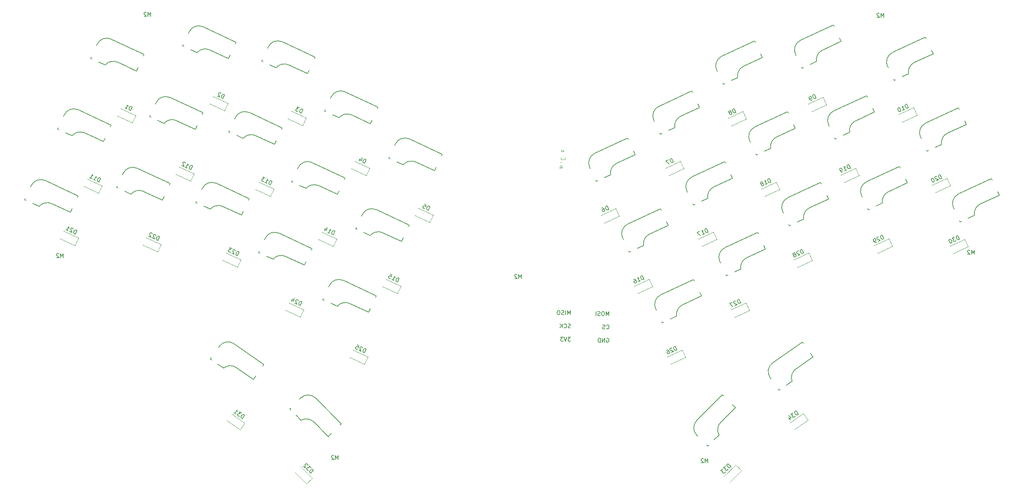
<source format=gbr>
%TF.GenerationSoftware,KiCad,Pcbnew,7.0.1*%
%TF.CreationDate,2023-04-15T18:04:16-04:00*%
%TF.ProjectId,Frigate,46726967-6174-4652-9e6b-696361645f70,rev?*%
%TF.SameCoordinates,Original*%
%TF.FileFunction,Legend,Bot*%
%TF.FilePolarity,Positive*%
%FSLAX46Y46*%
G04 Gerber Fmt 4.6, Leading zero omitted, Abs format (unit mm)*
G04 Created by KiCad (PCBNEW 7.0.1) date 2023-04-15 18:04:16*
%MOMM*%
%LPD*%
G01*
G04 APERTURE LIST*
%ADD10C,0.150000*%
%ADD11C,0.100000*%
%ADD12C,0.120000*%
G04 APERTURE END LIST*
D10*
X164353904Y-118619619D02*
X164353904Y-117619619D01*
X164353904Y-117619619D02*
X164020571Y-118333904D01*
X164020571Y-118333904D02*
X163687238Y-117619619D01*
X163687238Y-117619619D02*
X163687238Y-118619619D01*
X163020571Y-117619619D02*
X162830095Y-117619619D01*
X162830095Y-117619619D02*
X162734857Y-117667238D01*
X162734857Y-117667238D02*
X162639619Y-117762476D01*
X162639619Y-117762476D02*
X162592000Y-117952952D01*
X162592000Y-117952952D02*
X162592000Y-118286285D01*
X162592000Y-118286285D02*
X162639619Y-118476761D01*
X162639619Y-118476761D02*
X162734857Y-118572000D01*
X162734857Y-118572000D02*
X162830095Y-118619619D01*
X162830095Y-118619619D02*
X163020571Y-118619619D01*
X163020571Y-118619619D02*
X163115809Y-118572000D01*
X163115809Y-118572000D02*
X163211047Y-118476761D01*
X163211047Y-118476761D02*
X163258666Y-118286285D01*
X163258666Y-118286285D02*
X163258666Y-117952952D01*
X163258666Y-117952952D02*
X163211047Y-117762476D01*
X163211047Y-117762476D02*
X163115809Y-117667238D01*
X163115809Y-117667238D02*
X163020571Y-117619619D01*
X162211047Y-118572000D02*
X162068190Y-118619619D01*
X162068190Y-118619619D02*
X161830095Y-118619619D01*
X161830095Y-118619619D02*
X161734857Y-118572000D01*
X161734857Y-118572000D02*
X161687238Y-118524380D01*
X161687238Y-118524380D02*
X161639619Y-118429142D01*
X161639619Y-118429142D02*
X161639619Y-118333904D01*
X161639619Y-118333904D02*
X161687238Y-118238666D01*
X161687238Y-118238666D02*
X161734857Y-118191047D01*
X161734857Y-118191047D02*
X161830095Y-118143428D01*
X161830095Y-118143428D02*
X162020571Y-118095809D01*
X162020571Y-118095809D02*
X162115809Y-118048190D01*
X162115809Y-118048190D02*
X162163428Y-118000571D01*
X162163428Y-118000571D02*
X162211047Y-117905333D01*
X162211047Y-117905333D02*
X162211047Y-117810095D01*
X162211047Y-117810095D02*
X162163428Y-117714857D01*
X162163428Y-117714857D02*
X162115809Y-117667238D01*
X162115809Y-117667238D02*
X162020571Y-117619619D01*
X162020571Y-117619619D02*
X161782476Y-117619619D01*
X161782476Y-117619619D02*
X161639619Y-117667238D01*
X161211047Y-118619619D02*
X161211047Y-117619619D01*
X163782476Y-121764380D02*
X163830095Y-121812000D01*
X163830095Y-121812000D02*
X163972952Y-121859619D01*
X163972952Y-121859619D02*
X164068190Y-121859619D01*
X164068190Y-121859619D02*
X164211047Y-121812000D01*
X164211047Y-121812000D02*
X164306285Y-121716761D01*
X164306285Y-121716761D02*
X164353904Y-121621523D01*
X164353904Y-121621523D02*
X164401523Y-121431047D01*
X164401523Y-121431047D02*
X164401523Y-121288190D01*
X164401523Y-121288190D02*
X164353904Y-121097714D01*
X164353904Y-121097714D02*
X164306285Y-121002476D01*
X164306285Y-121002476D02*
X164211047Y-120907238D01*
X164211047Y-120907238D02*
X164068190Y-120859619D01*
X164068190Y-120859619D02*
X163972952Y-120859619D01*
X163972952Y-120859619D02*
X163830095Y-120907238D01*
X163830095Y-120907238D02*
X163782476Y-120954857D01*
X163401523Y-121812000D02*
X163258666Y-121859619D01*
X163258666Y-121859619D02*
X163020571Y-121859619D01*
X163020571Y-121859619D02*
X162925333Y-121812000D01*
X162925333Y-121812000D02*
X162877714Y-121764380D01*
X162877714Y-121764380D02*
X162830095Y-121669142D01*
X162830095Y-121669142D02*
X162830095Y-121573904D01*
X162830095Y-121573904D02*
X162877714Y-121478666D01*
X162877714Y-121478666D02*
X162925333Y-121431047D01*
X162925333Y-121431047D02*
X163020571Y-121383428D01*
X163020571Y-121383428D02*
X163211047Y-121335809D01*
X163211047Y-121335809D02*
X163306285Y-121288190D01*
X163306285Y-121288190D02*
X163353904Y-121240571D01*
X163353904Y-121240571D02*
X163401523Y-121145333D01*
X163401523Y-121145333D02*
X163401523Y-121050095D01*
X163401523Y-121050095D02*
X163353904Y-120954857D01*
X163353904Y-120954857D02*
X163306285Y-120907238D01*
X163306285Y-120907238D02*
X163211047Y-120859619D01*
X163211047Y-120859619D02*
X162972952Y-120859619D01*
X162972952Y-120859619D02*
X162830095Y-120907238D01*
X163830095Y-124147238D02*
X163925333Y-124099619D01*
X163925333Y-124099619D02*
X164068190Y-124099619D01*
X164068190Y-124099619D02*
X164211047Y-124147238D01*
X164211047Y-124147238D02*
X164306285Y-124242476D01*
X164306285Y-124242476D02*
X164353904Y-124337714D01*
X164353904Y-124337714D02*
X164401523Y-124528190D01*
X164401523Y-124528190D02*
X164401523Y-124671047D01*
X164401523Y-124671047D02*
X164353904Y-124861523D01*
X164353904Y-124861523D02*
X164306285Y-124956761D01*
X164306285Y-124956761D02*
X164211047Y-125052000D01*
X164211047Y-125052000D02*
X164068190Y-125099619D01*
X164068190Y-125099619D02*
X163972952Y-125099619D01*
X163972952Y-125099619D02*
X163830095Y-125052000D01*
X163830095Y-125052000D02*
X163782476Y-125004380D01*
X163782476Y-125004380D02*
X163782476Y-124671047D01*
X163782476Y-124671047D02*
X163972952Y-124671047D01*
X163353904Y-125099619D02*
X163353904Y-124099619D01*
X163353904Y-124099619D02*
X162782476Y-125099619D01*
X162782476Y-125099619D02*
X162782476Y-124099619D01*
X162306285Y-125099619D02*
X162306285Y-124099619D01*
X162306285Y-124099619D02*
X162068190Y-124099619D01*
X162068190Y-124099619D02*
X161925333Y-124147238D01*
X161925333Y-124147238D02*
X161830095Y-124242476D01*
X161830095Y-124242476D02*
X161782476Y-124337714D01*
X161782476Y-124337714D02*
X161734857Y-124528190D01*
X161734857Y-124528190D02*
X161734857Y-124671047D01*
X161734857Y-124671047D02*
X161782476Y-124861523D01*
X161782476Y-124861523D02*
X161830095Y-124956761D01*
X161830095Y-124956761D02*
X161925333Y-125052000D01*
X161925333Y-125052000D02*
X162068190Y-125099619D01*
X162068190Y-125099619D02*
X162306285Y-125099619D01*
X154955904Y-118365619D02*
X154955904Y-117365619D01*
X154955904Y-117365619D02*
X154622571Y-118079904D01*
X154622571Y-118079904D02*
X154289238Y-117365619D01*
X154289238Y-117365619D02*
X154289238Y-118365619D01*
X153813047Y-118365619D02*
X153813047Y-117365619D01*
X153384476Y-118318000D02*
X153241619Y-118365619D01*
X153241619Y-118365619D02*
X153003524Y-118365619D01*
X153003524Y-118365619D02*
X152908286Y-118318000D01*
X152908286Y-118318000D02*
X152860667Y-118270380D01*
X152860667Y-118270380D02*
X152813048Y-118175142D01*
X152813048Y-118175142D02*
X152813048Y-118079904D01*
X152813048Y-118079904D02*
X152860667Y-117984666D01*
X152860667Y-117984666D02*
X152908286Y-117937047D01*
X152908286Y-117937047D02*
X153003524Y-117889428D01*
X153003524Y-117889428D02*
X153194000Y-117841809D01*
X153194000Y-117841809D02*
X153289238Y-117794190D01*
X153289238Y-117794190D02*
X153336857Y-117746571D01*
X153336857Y-117746571D02*
X153384476Y-117651333D01*
X153384476Y-117651333D02*
X153384476Y-117556095D01*
X153384476Y-117556095D02*
X153336857Y-117460857D01*
X153336857Y-117460857D02*
X153289238Y-117413238D01*
X153289238Y-117413238D02*
X153194000Y-117365619D01*
X153194000Y-117365619D02*
X152955905Y-117365619D01*
X152955905Y-117365619D02*
X152813048Y-117413238D01*
X152194000Y-117365619D02*
X152003524Y-117365619D01*
X152003524Y-117365619D02*
X151908286Y-117413238D01*
X151908286Y-117413238D02*
X151813048Y-117508476D01*
X151813048Y-117508476D02*
X151765429Y-117698952D01*
X151765429Y-117698952D02*
X151765429Y-118032285D01*
X151765429Y-118032285D02*
X151813048Y-118222761D01*
X151813048Y-118222761D02*
X151908286Y-118318000D01*
X151908286Y-118318000D02*
X152003524Y-118365619D01*
X152003524Y-118365619D02*
X152194000Y-118365619D01*
X152194000Y-118365619D02*
X152289238Y-118318000D01*
X152289238Y-118318000D02*
X152384476Y-118222761D01*
X152384476Y-118222761D02*
X152432095Y-118032285D01*
X152432095Y-118032285D02*
X152432095Y-117698952D01*
X152432095Y-117698952D02*
X152384476Y-117508476D01*
X152384476Y-117508476D02*
X152289238Y-117413238D01*
X152289238Y-117413238D02*
X152194000Y-117365619D01*
X155003523Y-121558000D02*
X154860666Y-121605619D01*
X154860666Y-121605619D02*
X154622571Y-121605619D01*
X154622571Y-121605619D02*
X154527333Y-121558000D01*
X154527333Y-121558000D02*
X154479714Y-121510380D01*
X154479714Y-121510380D02*
X154432095Y-121415142D01*
X154432095Y-121415142D02*
X154432095Y-121319904D01*
X154432095Y-121319904D02*
X154479714Y-121224666D01*
X154479714Y-121224666D02*
X154527333Y-121177047D01*
X154527333Y-121177047D02*
X154622571Y-121129428D01*
X154622571Y-121129428D02*
X154813047Y-121081809D01*
X154813047Y-121081809D02*
X154908285Y-121034190D01*
X154908285Y-121034190D02*
X154955904Y-120986571D01*
X154955904Y-120986571D02*
X155003523Y-120891333D01*
X155003523Y-120891333D02*
X155003523Y-120796095D01*
X155003523Y-120796095D02*
X154955904Y-120700857D01*
X154955904Y-120700857D02*
X154908285Y-120653238D01*
X154908285Y-120653238D02*
X154813047Y-120605619D01*
X154813047Y-120605619D02*
X154574952Y-120605619D01*
X154574952Y-120605619D02*
X154432095Y-120653238D01*
X153432095Y-121510380D02*
X153479714Y-121558000D01*
X153479714Y-121558000D02*
X153622571Y-121605619D01*
X153622571Y-121605619D02*
X153717809Y-121605619D01*
X153717809Y-121605619D02*
X153860666Y-121558000D01*
X153860666Y-121558000D02*
X153955904Y-121462761D01*
X153955904Y-121462761D02*
X154003523Y-121367523D01*
X154003523Y-121367523D02*
X154051142Y-121177047D01*
X154051142Y-121177047D02*
X154051142Y-121034190D01*
X154051142Y-121034190D02*
X154003523Y-120843714D01*
X154003523Y-120843714D02*
X153955904Y-120748476D01*
X153955904Y-120748476D02*
X153860666Y-120653238D01*
X153860666Y-120653238D02*
X153717809Y-120605619D01*
X153717809Y-120605619D02*
X153622571Y-120605619D01*
X153622571Y-120605619D02*
X153479714Y-120653238D01*
X153479714Y-120653238D02*
X153432095Y-120700857D01*
X153003523Y-121605619D02*
X153003523Y-120605619D01*
X152432095Y-121605619D02*
X152860666Y-121034190D01*
X152432095Y-120605619D02*
X153003523Y-121177047D01*
X155051142Y-123845619D02*
X154432095Y-123845619D01*
X154432095Y-123845619D02*
X154765428Y-124226571D01*
X154765428Y-124226571D02*
X154622571Y-124226571D01*
X154622571Y-124226571D02*
X154527333Y-124274190D01*
X154527333Y-124274190D02*
X154479714Y-124321809D01*
X154479714Y-124321809D02*
X154432095Y-124417047D01*
X154432095Y-124417047D02*
X154432095Y-124655142D01*
X154432095Y-124655142D02*
X154479714Y-124750380D01*
X154479714Y-124750380D02*
X154527333Y-124798000D01*
X154527333Y-124798000D02*
X154622571Y-124845619D01*
X154622571Y-124845619D02*
X154908285Y-124845619D01*
X154908285Y-124845619D02*
X155003523Y-124798000D01*
X155003523Y-124798000D02*
X155051142Y-124750380D01*
X154146380Y-123845619D02*
X153813047Y-124845619D01*
X153813047Y-124845619D02*
X153479714Y-123845619D01*
X153241618Y-123845619D02*
X152622571Y-123845619D01*
X152622571Y-123845619D02*
X152955904Y-124226571D01*
X152955904Y-124226571D02*
X152813047Y-124226571D01*
X152813047Y-124226571D02*
X152717809Y-124274190D01*
X152717809Y-124274190D02*
X152670190Y-124321809D01*
X152670190Y-124321809D02*
X152622571Y-124417047D01*
X152622571Y-124417047D02*
X152622571Y-124655142D01*
X152622571Y-124655142D02*
X152670190Y-124750380D01*
X152670190Y-124750380D02*
X152717809Y-124798000D01*
X152717809Y-124798000D02*
X152813047Y-124845619D01*
X152813047Y-124845619D02*
X153098761Y-124845619D01*
X153098761Y-124845619D02*
X153193999Y-124798000D01*
X153193999Y-124798000D02*
X153241618Y-124750380D01*
%TO.C,M2*%
X253495523Y-103644619D02*
X253495523Y-102644619D01*
X253495523Y-102644619D02*
X253162190Y-103358904D01*
X253162190Y-103358904D02*
X252828857Y-102644619D01*
X252828857Y-102644619D02*
X252828857Y-103644619D01*
X252400285Y-102739857D02*
X252352666Y-102692238D01*
X252352666Y-102692238D02*
X252257428Y-102644619D01*
X252257428Y-102644619D02*
X252019333Y-102644619D01*
X252019333Y-102644619D02*
X251924095Y-102692238D01*
X251924095Y-102692238D02*
X251876476Y-102739857D01*
X251876476Y-102739857D02*
X251828857Y-102835095D01*
X251828857Y-102835095D02*
X251828857Y-102930333D01*
X251828857Y-102930333D02*
X251876476Y-103073190D01*
X251876476Y-103073190D02*
X252447904Y-103644619D01*
X252447904Y-103644619D02*
X251828857Y-103644619D01*
X31289523Y-104450619D02*
X31289523Y-103450619D01*
X31289523Y-103450619D02*
X30956190Y-104164904D01*
X30956190Y-104164904D02*
X30622857Y-103450619D01*
X30622857Y-103450619D02*
X30622857Y-104450619D01*
X30194285Y-103545857D02*
X30146666Y-103498238D01*
X30146666Y-103498238D02*
X30051428Y-103450619D01*
X30051428Y-103450619D02*
X29813333Y-103450619D01*
X29813333Y-103450619D02*
X29718095Y-103498238D01*
X29718095Y-103498238D02*
X29670476Y-103545857D01*
X29670476Y-103545857D02*
X29622857Y-103641095D01*
X29622857Y-103641095D02*
X29622857Y-103736333D01*
X29622857Y-103736333D02*
X29670476Y-103879190D01*
X29670476Y-103879190D02*
X30241904Y-104450619D01*
X30241904Y-104450619D02*
X29622857Y-104450619D01*
X143049523Y-109530619D02*
X143049523Y-108530619D01*
X143049523Y-108530619D02*
X142716190Y-109244904D01*
X142716190Y-109244904D02*
X142382857Y-108530619D01*
X142382857Y-108530619D02*
X142382857Y-109530619D01*
X141954285Y-108625857D02*
X141906666Y-108578238D01*
X141906666Y-108578238D02*
X141811428Y-108530619D01*
X141811428Y-108530619D02*
X141573333Y-108530619D01*
X141573333Y-108530619D02*
X141478095Y-108578238D01*
X141478095Y-108578238D02*
X141430476Y-108625857D01*
X141430476Y-108625857D02*
X141382857Y-108721095D01*
X141382857Y-108721095D02*
X141382857Y-108816333D01*
X141382857Y-108816333D02*
X141430476Y-108959190D01*
X141430476Y-108959190D02*
X142001904Y-109530619D01*
X142001904Y-109530619D02*
X141382857Y-109530619D01*
X52625523Y-45522619D02*
X52625523Y-44522619D01*
X52625523Y-44522619D02*
X52292190Y-45236904D01*
X52292190Y-45236904D02*
X51958857Y-44522619D01*
X51958857Y-44522619D02*
X51958857Y-45522619D01*
X51530285Y-44617857D02*
X51482666Y-44570238D01*
X51482666Y-44570238D02*
X51387428Y-44522619D01*
X51387428Y-44522619D02*
X51149333Y-44522619D01*
X51149333Y-44522619D02*
X51054095Y-44570238D01*
X51054095Y-44570238D02*
X51006476Y-44617857D01*
X51006476Y-44617857D02*
X50958857Y-44713095D01*
X50958857Y-44713095D02*
X50958857Y-44808333D01*
X50958857Y-44808333D02*
X51006476Y-44951190D01*
X51006476Y-44951190D02*
X51577904Y-45522619D01*
X51577904Y-45522619D02*
X50958857Y-45522619D01*
X231417523Y-45776619D02*
X231417523Y-44776619D01*
X231417523Y-44776619D02*
X231084190Y-45490904D01*
X231084190Y-45490904D02*
X230750857Y-44776619D01*
X230750857Y-44776619D02*
X230750857Y-45776619D01*
X230322285Y-44871857D02*
X230274666Y-44824238D01*
X230274666Y-44824238D02*
X230179428Y-44776619D01*
X230179428Y-44776619D02*
X229941333Y-44776619D01*
X229941333Y-44776619D02*
X229846095Y-44824238D01*
X229846095Y-44824238D02*
X229798476Y-44871857D01*
X229798476Y-44871857D02*
X229750857Y-44967095D01*
X229750857Y-44967095D02*
X229750857Y-45062333D01*
X229750857Y-45062333D02*
X229798476Y-45205190D01*
X229798476Y-45205190D02*
X230369904Y-45776619D01*
X230369904Y-45776619D02*
X229750857Y-45776619D01*
X188515523Y-154488619D02*
X188515523Y-153488619D01*
X188515523Y-153488619D02*
X188182190Y-154202904D01*
X188182190Y-154202904D02*
X187848857Y-153488619D01*
X187848857Y-153488619D02*
X187848857Y-154488619D01*
X187420285Y-153583857D02*
X187372666Y-153536238D01*
X187372666Y-153536238D02*
X187277428Y-153488619D01*
X187277428Y-153488619D02*
X187039333Y-153488619D01*
X187039333Y-153488619D02*
X186944095Y-153536238D01*
X186944095Y-153536238D02*
X186896476Y-153583857D01*
X186896476Y-153583857D02*
X186848857Y-153679095D01*
X186848857Y-153679095D02*
X186848857Y-153774333D01*
X186848857Y-153774333D02*
X186896476Y-153917190D01*
X186896476Y-153917190D02*
X187467904Y-154488619D01*
X187467904Y-154488619D02*
X186848857Y-154488619D01*
X98345523Y-153726619D02*
X98345523Y-152726619D01*
X98345523Y-152726619D02*
X98012190Y-153440904D01*
X98012190Y-153440904D02*
X97678857Y-152726619D01*
X97678857Y-152726619D02*
X97678857Y-153726619D01*
X97250285Y-152821857D02*
X97202666Y-152774238D01*
X97202666Y-152774238D02*
X97107428Y-152726619D01*
X97107428Y-152726619D02*
X96869333Y-152726619D01*
X96869333Y-152726619D02*
X96774095Y-152774238D01*
X96774095Y-152774238D02*
X96726476Y-152821857D01*
X96726476Y-152821857D02*
X96678857Y-152917095D01*
X96678857Y-152917095D02*
X96678857Y-153012333D01*
X96678857Y-153012333D02*
X96726476Y-153155190D01*
X96726476Y-153155190D02*
X97297904Y-153726619D01*
X97297904Y-153726619D02*
X96678857Y-153726619D01*
%TO.C,D5*%
X120313083Y-92887684D02*
X120735702Y-91981376D01*
X120735702Y-91981376D02*
X120519914Y-91880753D01*
X120519914Y-91880753D02*
X120370317Y-91863536D01*
X120370317Y-91863536D02*
X120243752Y-91909602D01*
X120243752Y-91909602D02*
X120160345Y-91975792D01*
X120160345Y-91975792D02*
X120036689Y-92128298D01*
X120036689Y-92128298D02*
X119976315Y-92257770D01*
X119976315Y-92257770D02*
X119938974Y-92450525D01*
X119938974Y-92450525D02*
X119941882Y-92556965D01*
X119941882Y-92556965D02*
X119987948Y-92683529D01*
X119987948Y-92683529D02*
X120097296Y-92787061D01*
X120097296Y-92787061D02*
X120313083Y-92887684D01*
X119397819Y-91357511D02*
X119829394Y-91558758D01*
X119829394Y-91558758D02*
X119671304Y-92010458D01*
X119671304Y-92010458D02*
X119648272Y-91947176D01*
X119648272Y-91947176D02*
X119582081Y-91863769D01*
X119582081Y-91863769D02*
X119366294Y-91763145D01*
X119366294Y-91763145D02*
X119259854Y-91766054D01*
X119259854Y-91766054D02*
X119196572Y-91789086D01*
X119196572Y-91789086D02*
X119113165Y-91855277D01*
X119113165Y-91855277D02*
X119012542Y-92071064D01*
X119012542Y-92071064D02*
X119015450Y-92177504D01*
X119015450Y-92177504D02*
X119038483Y-92240786D01*
X119038483Y-92240786D02*
X119104673Y-92324193D01*
X119104673Y-92324193D02*
X119320460Y-92424816D01*
X119320460Y-92424816D02*
X119426900Y-92421908D01*
X119426900Y-92421908D02*
X119490182Y-92398875D01*
%TO.C,D9*%
X214897940Y-65498993D02*
X214475322Y-64592686D01*
X214475322Y-64592686D02*
X214259534Y-64693309D01*
X214259534Y-64693309D02*
X214150186Y-64796841D01*
X214150186Y-64796841D02*
X214104120Y-64923405D01*
X214104120Y-64923405D02*
X214101212Y-65029845D01*
X214101212Y-65029845D02*
X214138553Y-65222599D01*
X214138553Y-65222599D02*
X214198928Y-65352072D01*
X214198928Y-65352072D02*
X214322584Y-65504577D01*
X214322584Y-65504577D02*
X214405991Y-65570768D01*
X214405991Y-65570768D02*
X214532555Y-65616833D01*
X214532555Y-65616833D02*
X214682152Y-65599617D01*
X214682152Y-65599617D02*
X214897940Y-65498993D01*
X213948474Y-65941736D02*
X213775844Y-66022235D01*
X213775844Y-66022235D02*
X213669405Y-66019327D01*
X213669405Y-66019327D02*
X213606123Y-65996294D01*
X213606123Y-65996294D02*
X213459433Y-65907071D01*
X213459433Y-65907071D02*
X213335777Y-65754566D01*
X213335777Y-65754566D02*
X213174780Y-65409305D01*
X213174780Y-65409305D02*
X213177688Y-65302866D01*
X213177688Y-65302866D02*
X213200721Y-65239584D01*
X213200721Y-65239584D02*
X213266911Y-65156177D01*
X213266911Y-65156177D02*
X213439541Y-65075678D01*
X213439541Y-65075678D02*
X213545981Y-65078586D01*
X213545981Y-65078586D02*
X213609263Y-65101619D01*
X213609263Y-65101619D02*
X213692670Y-65167809D01*
X213692670Y-65167809D02*
X213793293Y-65383597D01*
X213793293Y-65383597D02*
X213790385Y-65490037D01*
X213790385Y-65490037D02*
X213767352Y-65553319D01*
X213767352Y-65553319D02*
X213701162Y-65636726D01*
X213701162Y-65636726D02*
X213528532Y-65717224D01*
X213528532Y-65717224D02*
X213422092Y-65714316D01*
X213422092Y-65714316D02*
X213358810Y-65691283D01*
X213358810Y-65691283D02*
X213275403Y-65625093D01*
%TO.C,D27*%
X196518565Y-115501268D02*
X196095947Y-114594961D01*
X196095947Y-114594961D02*
X195880160Y-114695584D01*
X195880160Y-114695584D02*
X195770812Y-114799116D01*
X195770812Y-114799116D02*
X195724746Y-114925680D01*
X195724746Y-114925680D02*
X195721838Y-115032120D01*
X195721838Y-115032120D02*
X195759179Y-115224874D01*
X195759179Y-115224874D02*
X195819553Y-115354347D01*
X195819553Y-115354347D02*
X195943209Y-115506852D01*
X195943209Y-115506852D02*
X196026616Y-115573043D01*
X196026616Y-115573043D02*
X196153181Y-115619108D01*
X196153181Y-115619108D02*
X196302778Y-115601892D01*
X196302778Y-115601892D02*
X196518565Y-115501268D01*
X195273046Y-115083769D02*
X195209764Y-115060736D01*
X195209764Y-115060736D02*
X195103324Y-115057828D01*
X195103324Y-115057828D02*
X194887537Y-115158452D01*
X194887537Y-115158452D02*
X194821346Y-115241859D01*
X194821346Y-115241859D02*
X194798314Y-115305141D01*
X194798314Y-115305141D02*
X194795405Y-115411580D01*
X194795405Y-115411580D02*
X194835655Y-115497895D01*
X194835655Y-115497895D02*
X194939186Y-115607243D01*
X194939186Y-115607243D02*
X195698573Y-115883637D01*
X195698573Y-115883637D02*
X195137525Y-116145258D01*
X194412804Y-115379823D02*
X193808599Y-115661569D01*
X193808599Y-115661569D02*
X194619635Y-116386754D01*
%TO.C,D25*%
X104757098Y-127672508D02*
X105179716Y-126766200D01*
X105179716Y-126766200D02*
X104963929Y-126665577D01*
X104963929Y-126665577D02*
X104814331Y-126648360D01*
X104814331Y-126648360D02*
X104687767Y-126694426D01*
X104687767Y-126694426D02*
X104604360Y-126760616D01*
X104604360Y-126760616D02*
X104480704Y-126913122D01*
X104480704Y-126913122D02*
X104420330Y-127042594D01*
X104420330Y-127042594D02*
X104382989Y-127235349D01*
X104382989Y-127235349D02*
X104385897Y-127341789D01*
X104385897Y-127341789D02*
X104431962Y-127468353D01*
X104431962Y-127468353D02*
X104541310Y-127571885D01*
X104541310Y-127571885D02*
X104757098Y-127672508D01*
X104276317Y-126450022D02*
X104253284Y-126386740D01*
X104253284Y-126386740D02*
X104187093Y-126303333D01*
X104187093Y-126303333D02*
X103971306Y-126202709D01*
X103971306Y-126202709D02*
X103864866Y-126205617D01*
X103864866Y-126205617D02*
X103801584Y-126228650D01*
X103801584Y-126228650D02*
X103718177Y-126294841D01*
X103718177Y-126294841D02*
X103677928Y-126381156D01*
X103677928Y-126381156D02*
X103660711Y-126530753D01*
X103660711Y-126530753D02*
X103937105Y-127290139D01*
X103937105Y-127290139D02*
X103376057Y-127028518D01*
X102978683Y-125739842D02*
X103410258Y-125941088D01*
X103410258Y-125941088D02*
X103252169Y-126392788D01*
X103252169Y-126392788D02*
X103229136Y-126329506D01*
X103229136Y-126329506D02*
X103162946Y-126246099D01*
X103162946Y-126246099D02*
X102947158Y-126145476D01*
X102947158Y-126145476D02*
X102840718Y-126148384D01*
X102840718Y-126148384D02*
X102777436Y-126171417D01*
X102777436Y-126171417D02*
X102694029Y-126237607D01*
X102694029Y-126237607D02*
X102593406Y-126453395D01*
X102593406Y-126453395D02*
X102596314Y-126559834D01*
X102596314Y-126559834D02*
X102619347Y-126623117D01*
X102619347Y-126623117D02*
X102685537Y-126706523D01*
X102685537Y-126706523D02*
X102901325Y-126807147D01*
X102901325Y-126807147D02*
X103007764Y-126804239D01*
X103007764Y-126804239D02*
X103071047Y-126781206D01*
%TO.C,D11*%
X39981584Y-85976612D02*
X40404202Y-85070304D01*
X40404202Y-85070304D02*
X40188415Y-84969681D01*
X40188415Y-84969681D02*
X40038817Y-84952464D01*
X40038817Y-84952464D02*
X39912253Y-84998530D01*
X39912253Y-84998530D02*
X39828846Y-85064720D01*
X39828846Y-85064720D02*
X39705190Y-85217226D01*
X39705190Y-85217226D02*
X39644816Y-85346698D01*
X39644816Y-85346698D02*
X39607475Y-85539453D01*
X39607475Y-85539453D02*
X39610383Y-85645893D01*
X39610383Y-85645893D02*
X39656448Y-85772457D01*
X39656448Y-85772457D02*
X39765796Y-85875989D01*
X39765796Y-85875989D02*
X39981584Y-85976612D01*
X38600543Y-85332622D02*
X39118434Y-85574119D01*
X38859489Y-85453370D02*
X39282107Y-84547063D01*
X39282107Y-84547063D02*
X39308048Y-84716785D01*
X39308048Y-84716785D02*
X39354113Y-84843349D01*
X39354113Y-84843349D02*
X39420304Y-84926756D01*
X37737393Y-84930129D02*
X38255283Y-85171625D01*
X37996338Y-85050877D02*
X38418956Y-84144569D01*
X38418956Y-84144569D02*
X38444897Y-84314291D01*
X38444897Y-84314291D02*
X38490963Y-84440855D01*
X38490963Y-84440855D02*
X38557153Y-84524262D01*
%TO.C,D16*%
X172926894Y-109686765D02*
X172504276Y-108780458D01*
X172504276Y-108780458D02*
X172288489Y-108881081D01*
X172288489Y-108881081D02*
X172179141Y-108984613D01*
X172179141Y-108984613D02*
X172133075Y-109111177D01*
X172133075Y-109111177D02*
X172130167Y-109217617D01*
X172130167Y-109217617D02*
X172167508Y-109410371D01*
X172167508Y-109410371D02*
X172227882Y-109539844D01*
X172227882Y-109539844D02*
X172351538Y-109692349D01*
X172351538Y-109692349D02*
X172434945Y-109758540D01*
X172434945Y-109758540D02*
X172561510Y-109804605D01*
X172561510Y-109804605D02*
X172711107Y-109787389D01*
X172711107Y-109787389D02*
X172926894Y-109686765D01*
X171545854Y-110330755D02*
X172063744Y-110089259D01*
X171804799Y-110210007D02*
X171382181Y-109303699D01*
X171382181Y-109303699D02*
X171528870Y-109392922D01*
X171528870Y-109392922D02*
X171655434Y-109438988D01*
X171655434Y-109438988D02*
X171761874Y-109441896D01*
X170346400Y-109786692D02*
X170519030Y-109706193D01*
X170519030Y-109706193D02*
X170625470Y-109709101D01*
X170625470Y-109709101D02*
X170688752Y-109732134D01*
X170688752Y-109732134D02*
X170835441Y-109821357D01*
X170835441Y-109821357D02*
X170959098Y-109973862D01*
X170959098Y-109973862D02*
X171120095Y-110319123D01*
X171120095Y-110319123D02*
X171117187Y-110425562D01*
X171117187Y-110425562D02*
X171094154Y-110488844D01*
X171094154Y-110488844D02*
X171027964Y-110572251D01*
X171027964Y-110572251D02*
X170855334Y-110652750D01*
X170855334Y-110652750D02*
X170748894Y-110649842D01*
X170748894Y-110649842D02*
X170685612Y-110626809D01*
X170685612Y-110626809D02*
X170602205Y-110560619D01*
X170602205Y-110560619D02*
X170501582Y-110344831D01*
X170501582Y-110344831D02*
X170504490Y-110238391D01*
X170504490Y-110238391D02*
X170527523Y-110175109D01*
X170527523Y-110175109D02*
X170593713Y-110091702D01*
X170593713Y-110091702D02*
X170766343Y-110011204D01*
X170766343Y-110011204D02*
X170872783Y-110014112D01*
X170872783Y-110014112D02*
X170936065Y-110037145D01*
X170936065Y-110037145D02*
X171019472Y-110103335D01*
%TO.C,D26*%
X180977772Y-126951929D02*
X180555154Y-126045622D01*
X180555154Y-126045622D02*
X180339367Y-126146245D01*
X180339367Y-126146245D02*
X180230019Y-126249777D01*
X180230019Y-126249777D02*
X180183953Y-126376341D01*
X180183953Y-126376341D02*
X180181045Y-126482781D01*
X180181045Y-126482781D02*
X180218386Y-126675535D01*
X180218386Y-126675535D02*
X180278760Y-126805008D01*
X180278760Y-126805008D02*
X180402416Y-126957513D01*
X180402416Y-126957513D02*
X180485823Y-127023704D01*
X180485823Y-127023704D02*
X180612388Y-127069769D01*
X180612388Y-127069769D02*
X180761985Y-127052553D01*
X180761985Y-127052553D02*
X180977772Y-126951929D01*
X179732253Y-126534430D02*
X179668971Y-126511397D01*
X179668971Y-126511397D02*
X179562531Y-126508489D01*
X179562531Y-126508489D02*
X179346744Y-126609113D01*
X179346744Y-126609113D02*
X179280553Y-126692520D01*
X179280553Y-126692520D02*
X179257521Y-126755802D01*
X179257521Y-126755802D02*
X179254612Y-126862241D01*
X179254612Y-126862241D02*
X179294862Y-126948556D01*
X179294862Y-126948556D02*
X179398393Y-127057904D01*
X179398393Y-127057904D02*
X180157780Y-127334298D01*
X180157780Y-127334298D02*
X179596732Y-127595919D01*
X178397278Y-127051856D02*
X178569908Y-126971357D01*
X178569908Y-126971357D02*
X178676348Y-126974265D01*
X178676348Y-126974265D02*
X178739630Y-126997298D01*
X178739630Y-126997298D02*
X178886319Y-127086521D01*
X178886319Y-127086521D02*
X179009976Y-127239026D01*
X179009976Y-127239026D02*
X179170973Y-127584287D01*
X179170973Y-127584287D02*
X179168065Y-127690726D01*
X179168065Y-127690726D02*
X179145032Y-127754008D01*
X179145032Y-127754008D02*
X179078842Y-127837415D01*
X179078842Y-127837415D02*
X178906212Y-127917914D01*
X178906212Y-127917914D02*
X178799772Y-127915006D01*
X178799772Y-127915006D02*
X178736490Y-127891973D01*
X178736490Y-127891973D02*
X178653083Y-127825783D01*
X178653083Y-127825783D02*
X178552460Y-127609995D01*
X178552460Y-127609995D02*
X178555368Y-127503555D01*
X178555368Y-127503555D02*
X178578401Y-127440273D01*
X178578401Y-127440273D02*
X178644591Y-127356866D01*
X178644591Y-127356866D02*
X178817221Y-127276368D01*
X178817221Y-127276368D02*
X178923661Y-127279276D01*
X178923661Y-127279276D02*
X178986943Y-127302309D01*
X178986943Y-127302309D02*
X179070350Y-127368499D01*
%TO.C,D10*%
X237413801Y-67845191D02*
X236991183Y-66938884D01*
X236991183Y-66938884D02*
X236775396Y-67039507D01*
X236775396Y-67039507D02*
X236666048Y-67143039D01*
X236666048Y-67143039D02*
X236619982Y-67269603D01*
X236619982Y-67269603D02*
X236617074Y-67376043D01*
X236617074Y-67376043D02*
X236654415Y-67568797D01*
X236654415Y-67568797D02*
X236714789Y-67698270D01*
X236714789Y-67698270D02*
X236838445Y-67850775D01*
X236838445Y-67850775D02*
X236921852Y-67916966D01*
X236921852Y-67916966D02*
X237048417Y-67963031D01*
X237048417Y-67963031D02*
X237198014Y-67945815D01*
X237198014Y-67945815D02*
X237413801Y-67845191D01*
X236032761Y-68489181D02*
X236550651Y-68247685D01*
X236291706Y-68368433D02*
X235869088Y-67462125D01*
X235869088Y-67462125D02*
X236015777Y-67551348D01*
X236015777Y-67551348D02*
X236142341Y-67597414D01*
X236142341Y-67597414D02*
X236248781Y-67600322D01*
X235049095Y-67844494D02*
X234962780Y-67884744D01*
X234962780Y-67884744D02*
X234896590Y-67968150D01*
X234896590Y-67968150D02*
X234873557Y-68031433D01*
X234873557Y-68031433D02*
X234870649Y-68137872D01*
X234870649Y-68137872D02*
X234907990Y-68330627D01*
X234907990Y-68330627D02*
X235008613Y-68546415D01*
X235008613Y-68546415D02*
X235132269Y-68698920D01*
X235132269Y-68698920D02*
X235215676Y-68765110D01*
X235215676Y-68765110D02*
X235278959Y-68788143D01*
X235278959Y-68788143D02*
X235385398Y-68791051D01*
X235385398Y-68791051D02*
X235471713Y-68750802D01*
X235471713Y-68750802D02*
X235537904Y-68667395D01*
X235537904Y-68667395D02*
X235560936Y-68604113D01*
X235560936Y-68604113D02*
X235563845Y-68497673D01*
X235563845Y-68497673D02*
X235526503Y-68304918D01*
X235526503Y-68304918D02*
X235425880Y-68089131D01*
X235425880Y-68089131D02*
X235302224Y-67936626D01*
X235302224Y-67936626D02*
X235218817Y-67870435D01*
X235218817Y-67870435D02*
X235155535Y-67847402D01*
X235155535Y-67847402D02*
X235049095Y-67844494D01*
%TO.C,D28*%
X211851517Y-103306751D02*
X211428899Y-102400444D01*
X211428899Y-102400444D02*
X211213112Y-102501067D01*
X211213112Y-102501067D02*
X211103764Y-102604599D01*
X211103764Y-102604599D02*
X211057698Y-102731163D01*
X211057698Y-102731163D02*
X211054790Y-102837603D01*
X211054790Y-102837603D02*
X211092131Y-103030357D01*
X211092131Y-103030357D02*
X211152505Y-103159830D01*
X211152505Y-103159830D02*
X211276161Y-103312335D01*
X211276161Y-103312335D02*
X211359568Y-103378526D01*
X211359568Y-103378526D02*
X211486133Y-103424591D01*
X211486133Y-103424591D02*
X211635730Y-103407375D01*
X211635730Y-103407375D02*
X211851517Y-103306751D01*
X210605998Y-102889252D02*
X210542716Y-102866219D01*
X210542716Y-102866219D02*
X210436276Y-102863311D01*
X210436276Y-102863311D02*
X210220489Y-102963935D01*
X210220489Y-102963935D02*
X210154298Y-103047342D01*
X210154298Y-103047342D02*
X210131266Y-103110624D01*
X210131266Y-103110624D02*
X210128357Y-103217063D01*
X210128357Y-103217063D02*
X210168607Y-103303378D01*
X210168607Y-103303378D02*
X210272138Y-103412726D01*
X210272138Y-103412726D02*
X211031525Y-103689120D01*
X211031525Y-103689120D02*
X210470477Y-103950741D01*
X209711091Y-103674347D02*
X209777281Y-103590940D01*
X209777281Y-103590940D02*
X209800314Y-103527658D01*
X209800314Y-103527658D02*
X209803222Y-103421218D01*
X209803222Y-103421218D02*
X209783097Y-103378061D01*
X209783097Y-103378061D02*
X209699690Y-103311871D01*
X209699690Y-103311871D02*
X209636408Y-103288838D01*
X209636408Y-103288838D02*
X209529968Y-103285930D01*
X209529968Y-103285930D02*
X209357338Y-103366428D01*
X209357338Y-103366428D02*
X209291148Y-103449835D01*
X209291148Y-103449835D02*
X209268115Y-103513117D01*
X209268115Y-103513117D02*
X209265207Y-103619557D01*
X209265207Y-103619557D02*
X209285332Y-103662715D01*
X209285332Y-103662715D02*
X209368739Y-103728905D01*
X209368739Y-103728905D02*
X209432021Y-103751938D01*
X209432021Y-103751938D02*
X209538461Y-103754846D01*
X209538461Y-103754846D02*
X209711091Y-103674347D01*
X209711091Y-103674347D02*
X209817530Y-103677255D01*
X209817530Y-103677255D02*
X209880813Y-103700288D01*
X209880813Y-103700288D02*
X209964219Y-103766478D01*
X209964219Y-103766478D02*
X210044718Y-103939109D01*
X210044718Y-103939109D02*
X210041810Y-104045548D01*
X210041810Y-104045548D02*
X210018777Y-104108830D01*
X210018777Y-104108830D02*
X209952587Y-104192237D01*
X209952587Y-104192237D02*
X209779957Y-104272736D01*
X209779957Y-104272736D02*
X209673517Y-104269828D01*
X209673517Y-104269828D02*
X209610235Y-104246795D01*
X209610235Y-104246795D02*
X209526828Y-104180605D01*
X209526828Y-104180605D02*
X209446329Y-104007975D01*
X209446329Y-104007975D02*
X209449237Y-103901535D01*
X209449237Y-103901535D02*
X209472270Y-103838253D01*
X209472270Y-103838253D02*
X209538461Y-103754846D01*
D11*
%TO.C,R1*%
X152726666Y-82585047D02*
X152859999Y-82394571D01*
X152955237Y-82585047D02*
X152955237Y-82185047D01*
X152955237Y-82185047D02*
X152802856Y-82185047D01*
X152802856Y-82185047D02*
X152764761Y-82204095D01*
X152764761Y-82204095D02*
X152745714Y-82223142D01*
X152745714Y-82223142D02*
X152726666Y-82261238D01*
X152726666Y-82261238D02*
X152726666Y-82318380D01*
X152726666Y-82318380D02*
X152745714Y-82356476D01*
X152745714Y-82356476D02*
X152764761Y-82375523D01*
X152764761Y-82375523D02*
X152802856Y-82394571D01*
X152802856Y-82394571D02*
X152955237Y-82394571D01*
X152345714Y-82585047D02*
X152574285Y-82585047D01*
X152459999Y-82585047D02*
X152459999Y-82185047D01*
X152459999Y-82185047D02*
X152498095Y-82242190D01*
X152498095Y-82242190D02*
X152536190Y-82280285D01*
X152536190Y-82280285D02*
X152574285Y-82299333D01*
D10*
%TO.C,D4*%
X104772290Y-81437023D02*
X105194909Y-80530715D01*
X105194909Y-80530715D02*
X104979121Y-80430092D01*
X104979121Y-80430092D02*
X104829524Y-80412875D01*
X104829524Y-80412875D02*
X104702959Y-80458941D01*
X104702959Y-80458941D02*
X104619552Y-80525131D01*
X104619552Y-80525131D02*
X104495896Y-80677637D01*
X104495896Y-80677637D02*
X104435522Y-80807109D01*
X104435522Y-80807109D02*
X104398181Y-80999864D01*
X104398181Y-80999864D02*
X104401089Y-81106304D01*
X104401089Y-81106304D02*
X104447155Y-81232868D01*
X104447155Y-81232868D02*
X104556503Y-81336400D01*
X104556503Y-81336400D02*
X104772290Y-81437023D01*
X103759310Y-80229078D02*
X103477565Y-80833283D01*
X104136095Y-79984441D02*
X104050013Y-80732427D01*
X104050013Y-80732427D02*
X103488965Y-80470806D01*
%TO.C,D21*%
X34193614Y-98691827D02*
X34616232Y-97785519D01*
X34616232Y-97785519D02*
X34400445Y-97684896D01*
X34400445Y-97684896D02*
X34250847Y-97667679D01*
X34250847Y-97667679D02*
X34124283Y-97713745D01*
X34124283Y-97713745D02*
X34040876Y-97779935D01*
X34040876Y-97779935D02*
X33917220Y-97932441D01*
X33917220Y-97932441D02*
X33856846Y-98061913D01*
X33856846Y-98061913D02*
X33819505Y-98254668D01*
X33819505Y-98254668D02*
X33822413Y-98361108D01*
X33822413Y-98361108D02*
X33868478Y-98487672D01*
X33868478Y-98487672D02*
X33977826Y-98591204D01*
X33977826Y-98591204D02*
X34193614Y-98691827D01*
X33712833Y-97469341D02*
X33689800Y-97406059D01*
X33689800Y-97406059D02*
X33623609Y-97322652D01*
X33623609Y-97322652D02*
X33407822Y-97222028D01*
X33407822Y-97222028D02*
X33301382Y-97224936D01*
X33301382Y-97224936D02*
X33238100Y-97247969D01*
X33238100Y-97247969D02*
X33154693Y-97314160D01*
X33154693Y-97314160D02*
X33114444Y-97400475D01*
X33114444Y-97400475D02*
X33097227Y-97550072D01*
X33097227Y-97550072D02*
X33373621Y-98309458D01*
X33373621Y-98309458D02*
X32812573Y-98047837D01*
X31949423Y-97645344D02*
X32467313Y-97886840D01*
X32208368Y-97766092D02*
X32630986Y-96859784D01*
X32630986Y-96859784D02*
X32656927Y-97029506D01*
X32656927Y-97029506D02*
X32702993Y-97156070D01*
X32702993Y-97156070D02*
X32769183Y-97239477D01*
%TO.C,D20*%
X245578874Y-85057104D02*
X245156256Y-84150797D01*
X245156256Y-84150797D02*
X244940469Y-84251420D01*
X244940469Y-84251420D02*
X244831121Y-84354952D01*
X244831121Y-84354952D02*
X244785055Y-84481516D01*
X244785055Y-84481516D02*
X244782147Y-84587956D01*
X244782147Y-84587956D02*
X244819488Y-84780710D01*
X244819488Y-84780710D02*
X244879862Y-84910183D01*
X244879862Y-84910183D02*
X245003518Y-85062688D01*
X245003518Y-85062688D02*
X245086925Y-85128879D01*
X245086925Y-85128879D02*
X245213490Y-85174944D01*
X245213490Y-85174944D02*
X245363087Y-85157728D01*
X245363087Y-85157728D02*
X245578874Y-85057104D01*
X244333355Y-84639605D02*
X244270073Y-84616572D01*
X244270073Y-84616572D02*
X244163633Y-84613664D01*
X244163633Y-84613664D02*
X243947846Y-84714288D01*
X243947846Y-84714288D02*
X243881655Y-84797695D01*
X243881655Y-84797695D02*
X243858623Y-84860977D01*
X243858623Y-84860977D02*
X243855714Y-84967416D01*
X243855714Y-84967416D02*
X243895964Y-85053731D01*
X243895964Y-85053731D02*
X243999495Y-85163079D01*
X243999495Y-85163079D02*
X244758882Y-85439473D01*
X244758882Y-85439473D02*
X244197834Y-85701094D01*
X243214168Y-85056407D02*
X243127853Y-85096657D01*
X243127853Y-85096657D02*
X243061663Y-85180063D01*
X243061663Y-85180063D02*
X243038630Y-85243346D01*
X243038630Y-85243346D02*
X243035722Y-85349785D01*
X243035722Y-85349785D02*
X243073063Y-85542540D01*
X243073063Y-85542540D02*
X243173686Y-85758328D01*
X243173686Y-85758328D02*
X243297342Y-85910833D01*
X243297342Y-85910833D02*
X243380749Y-85977023D01*
X243380749Y-85977023D02*
X243444032Y-86000056D01*
X243444032Y-86000056D02*
X243550471Y-86002964D01*
X243550471Y-86002964D02*
X243636786Y-85962715D01*
X243636786Y-85962715D02*
X243702977Y-85879308D01*
X243702977Y-85879308D02*
X243726009Y-85816026D01*
X243726009Y-85816026D02*
X243728918Y-85709586D01*
X243728918Y-85709586D02*
X243691576Y-85516831D01*
X243691576Y-85516831D02*
X243590953Y-85301044D01*
X243590953Y-85301044D02*
X243467297Y-85148539D01*
X243467297Y-85148539D02*
X243383890Y-85082348D01*
X243383890Y-85082348D02*
X243320608Y-85059315D01*
X243320608Y-85059315D02*
X243214168Y-85056407D01*
%TO.C,D3*%
X89323330Y-69188411D02*
X89745949Y-68282103D01*
X89745949Y-68282103D02*
X89530161Y-68181480D01*
X89530161Y-68181480D02*
X89380564Y-68164263D01*
X89380564Y-68164263D02*
X89253999Y-68210329D01*
X89253999Y-68210329D02*
X89170592Y-68276519D01*
X89170592Y-68276519D02*
X89046936Y-68429025D01*
X89046936Y-68429025D02*
X88986562Y-68558497D01*
X88986562Y-68558497D02*
X88949221Y-68751252D01*
X88949221Y-68751252D02*
X88952129Y-68857692D01*
X88952129Y-68857692D02*
X88998195Y-68984256D01*
X88998195Y-68984256D02*
X89107543Y-69087788D01*
X89107543Y-69087788D02*
X89323330Y-69188411D01*
X88925956Y-67899734D02*
X88364908Y-67638114D01*
X88364908Y-67638114D02*
X88506013Y-68124246D01*
X88506013Y-68124246D02*
X88376541Y-68063872D01*
X88376541Y-68063872D02*
X88270101Y-68066781D01*
X88270101Y-68066781D02*
X88206819Y-68089813D01*
X88206819Y-68089813D02*
X88123412Y-68156004D01*
X88123412Y-68156004D02*
X88022789Y-68371791D01*
X88022789Y-68371791D02*
X88025697Y-68478231D01*
X88025697Y-68478231D02*
X88048730Y-68541513D01*
X88048730Y-68541513D02*
X88114920Y-68624920D01*
X88114920Y-68624920D02*
X88373865Y-68745668D01*
X88373865Y-68745668D02*
X88480305Y-68742760D01*
X88480305Y-68742760D02*
X88543587Y-68719727D01*
D11*
%TO.C,U2*%
X153384761Y-78185047D02*
X153384761Y-78508857D01*
X153384761Y-78508857D02*
X153365714Y-78546952D01*
X153365714Y-78546952D02*
X153346666Y-78566000D01*
X153346666Y-78566000D02*
X153308571Y-78585047D01*
X153308571Y-78585047D02*
X153232380Y-78585047D01*
X153232380Y-78585047D02*
X153194285Y-78566000D01*
X153194285Y-78566000D02*
X153175238Y-78546952D01*
X153175238Y-78546952D02*
X153156190Y-78508857D01*
X153156190Y-78508857D02*
X153156190Y-78185047D01*
X152984761Y-78223142D02*
X152965713Y-78204095D01*
X152965713Y-78204095D02*
X152927618Y-78185047D01*
X152927618Y-78185047D02*
X152832380Y-78185047D01*
X152832380Y-78185047D02*
X152794285Y-78204095D01*
X152794285Y-78204095D02*
X152775237Y-78223142D01*
X152775237Y-78223142D02*
X152756190Y-78261238D01*
X152756190Y-78261238D02*
X152756190Y-78299333D01*
X152756190Y-78299333D02*
X152775237Y-78356476D01*
X152775237Y-78356476D02*
X153003809Y-78585047D01*
X153003809Y-78585047D02*
X152756190Y-78585047D01*
D10*
%TO.C,D22*%
X54348431Y-100242948D02*
X54771049Y-99336640D01*
X54771049Y-99336640D02*
X54555262Y-99236017D01*
X54555262Y-99236017D02*
X54405664Y-99218800D01*
X54405664Y-99218800D02*
X54279100Y-99264866D01*
X54279100Y-99264866D02*
X54195693Y-99331056D01*
X54195693Y-99331056D02*
X54072037Y-99483562D01*
X54072037Y-99483562D02*
X54011663Y-99613034D01*
X54011663Y-99613034D02*
X53974322Y-99805789D01*
X53974322Y-99805789D02*
X53977230Y-99912229D01*
X53977230Y-99912229D02*
X54023295Y-100038793D01*
X54023295Y-100038793D02*
X54132643Y-100142325D01*
X54132643Y-100142325D02*
X54348431Y-100242948D01*
X53867650Y-99020462D02*
X53844617Y-98957180D01*
X53844617Y-98957180D02*
X53778426Y-98873773D01*
X53778426Y-98873773D02*
X53562639Y-98773149D01*
X53562639Y-98773149D02*
X53456199Y-98776057D01*
X53456199Y-98776057D02*
X53392917Y-98799090D01*
X53392917Y-98799090D02*
X53309510Y-98865281D01*
X53309510Y-98865281D02*
X53269261Y-98951596D01*
X53269261Y-98951596D02*
X53252044Y-99101193D01*
X53252044Y-99101193D02*
X53528438Y-99860579D01*
X53528438Y-99860579D02*
X52967390Y-99598958D01*
X53004499Y-98617968D02*
X52981466Y-98554686D01*
X52981466Y-98554686D02*
X52915276Y-98471279D01*
X52915276Y-98471279D02*
X52699488Y-98370656D01*
X52699488Y-98370656D02*
X52593049Y-98373564D01*
X52593049Y-98373564D02*
X52529767Y-98396597D01*
X52529767Y-98396597D02*
X52446360Y-98462787D01*
X52446360Y-98462787D02*
X52406110Y-98549102D01*
X52406110Y-98549102D02*
X52388894Y-98698699D01*
X52388894Y-98698699D02*
X52665288Y-99458086D01*
X52665288Y-99458086D02*
X52104240Y-99196465D01*
%TO.C,D14*%
X97152988Y-98903434D02*
X97575606Y-97997126D01*
X97575606Y-97997126D02*
X97359819Y-97896503D01*
X97359819Y-97896503D02*
X97210221Y-97879286D01*
X97210221Y-97879286D02*
X97083657Y-97925352D01*
X97083657Y-97925352D02*
X97000250Y-97991542D01*
X97000250Y-97991542D02*
X96876594Y-98144048D01*
X96876594Y-98144048D02*
X96816220Y-98273520D01*
X96816220Y-98273520D02*
X96778879Y-98466275D01*
X96778879Y-98466275D02*
X96781787Y-98572715D01*
X96781787Y-98572715D02*
X96827852Y-98699279D01*
X96827852Y-98699279D02*
X96937200Y-98802811D01*
X96937200Y-98802811D02*
X97152988Y-98903434D01*
X95771947Y-98259444D02*
X96289838Y-98500941D01*
X96030893Y-98380192D02*
X96453511Y-97473885D01*
X96453511Y-97473885D02*
X96479452Y-97643607D01*
X96479452Y-97643607D02*
X96525517Y-97770171D01*
X96525517Y-97770171D02*
X96591708Y-97853578D01*
X95276858Y-97292995D02*
X94995112Y-97897200D01*
X95653643Y-97048358D02*
X95567560Y-97796344D01*
X95567560Y-97796344D02*
X95006512Y-97534723D01*
%TO.C,D19*%
X223266198Y-82616159D02*
X222843580Y-81709852D01*
X222843580Y-81709852D02*
X222627793Y-81810475D01*
X222627793Y-81810475D02*
X222518445Y-81914007D01*
X222518445Y-81914007D02*
X222472379Y-82040571D01*
X222472379Y-82040571D02*
X222469471Y-82147011D01*
X222469471Y-82147011D02*
X222506812Y-82339765D01*
X222506812Y-82339765D02*
X222567186Y-82469238D01*
X222567186Y-82469238D02*
X222690842Y-82621743D01*
X222690842Y-82621743D02*
X222774249Y-82687934D01*
X222774249Y-82687934D02*
X222900814Y-82733999D01*
X222900814Y-82733999D02*
X223050411Y-82716783D01*
X223050411Y-82716783D02*
X223266198Y-82616159D01*
X221885158Y-83260149D02*
X222403048Y-83018653D01*
X222144103Y-83139401D02*
X221721485Y-82233093D01*
X221721485Y-82233093D02*
X221868174Y-82322316D01*
X221868174Y-82322316D02*
X221994738Y-82368382D01*
X221994738Y-82368382D02*
X222101178Y-82371290D01*
X221453583Y-83461396D02*
X221280953Y-83541895D01*
X221280953Y-83541895D02*
X221174513Y-83538987D01*
X221174513Y-83538987D02*
X221111231Y-83515954D01*
X221111231Y-83515954D02*
X220964542Y-83426730D01*
X220964542Y-83426730D02*
X220840886Y-83274225D01*
X220840886Y-83274225D02*
X220679888Y-82928965D01*
X220679888Y-82928965D02*
X220682796Y-82822525D01*
X220682796Y-82822525D02*
X220705829Y-82759243D01*
X220705829Y-82759243D02*
X220772019Y-82675836D01*
X220772019Y-82675836D02*
X220944649Y-82595338D01*
X220944649Y-82595338D02*
X221051089Y-82598246D01*
X221051089Y-82598246D02*
X221114371Y-82621279D01*
X221114371Y-82621279D02*
X221197778Y-82687469D01*
X221197778Y-82687469D02*
X221298402Y-82903256D01*
X221298402Y-82903256D02*
X221295494Y-83009696D01*
X221295494Y-83009696D02*
X221272461Y-83072978D01*
X221272461Y-83072978D02*
X221206270Y-83156385D01*
X221206270Y-83156385D02*
X221033640Y-83236884D01*
X221033640Y-83236884D02*
X220927201Y-83233976D01*
X220927201Y-83233976D02*
X220863918Y-83210943D01*
X220863918Y-83210943D02*
X220780511Y-83144753D01*
%TO.C,D13*%
X81820035Y-86708917D02*
X82242653Y-85802609D01*
X82242653Y-85802609D02*
X82026866Y-85701986D01*
X82026866Y-85701986D02*
X81877268Y-85684769D01*
X81877268Y-85684769D02*
X81750704Y-85730835D01*
X81750704Y-85730835D02*
X81667297Y-85797025D01*
X81667297Y-85797025D02*
X81543641Y-85949531D01*
X81543641Y-85949531D02*
X81483267Y-86079003D01*
X81483267Y-86079003D02*
X81445926Y-86271758D01*
X81445926Y-86271758D02*
X81448834Y-86378198D01*
X81448834Y-86378198D02*
X81494899Y-86504762D01*
X81494899Y-86504762D02*
X81604247Y-86608294D01*
X81604247Y-86608294D02*
X81820035Y-86708917D01*
X80438994Y-86064927D02*
X80956885Y-86306424D01*
X80697940Y-86185675D02*
X81120558Y-85279368D01*
X81120558Y-85279368D02*
X81146499Y-85449090D01*
X81146499Y-85449090D02*
X81192564Y-85575654D01*
X81192564Y-85575654D02*
X81258755Y-85659061D01*
X80559510Y-85017747D02*
X79998462Y-84756126D01*
X79998462Y-84756126D02*
X80139568Y-85242259D01*
X80139568Y-85242259D02*
X80010095Y-85181885D01*
X80010095Y-85181885D02*
X79903655Y-85184793D01*
X79903655Y-85184793D02*
X79840373Y-85207826D01*
X79840373Y-85207826D02*
X79756966Y-85274016D01*
X79756966Y-85274016D02*
X79656343Y-85489804D01*
X79656343Y-85489804D02*
X79659251Y-85596243D01*
X79659251Y-85596243D02*
X79682284Y-85659526D01*
X79682284Y-85659526D02*
X79748474Y-85742932D01*
X79748474Y-85742932D02*
X80007419Y-85863681D01*
X80007419Y-85863681D02*
X80113859Y-85860772D01*
X80113859Y-85860772D02*
X80177141Y-85837740D01*
%TO.C,D23*%
X73769157Y-103974080D02*
X74191775Y-103067772D01*
X74191775Y-103067772D02*
X73975988Y-102967149D01*
X73975988Y-102967149D02*
X73826390Y-102949932D01*
X73826390Y-102949932D02*
X73699826Y-102995998D01*
X73699826Y-102995998D02*
X73616419Y-103062188D01*
X73616419Y-103062188D02*
X73492763Y-103214694D01*
X73492763Y-103214694D02*
X73432389Y-103344166D01*
X73432389Y-103344166D02*
X73395048Y-103536921D01*
X73395048Y-103536921D02*
X73397956Y-103643361D01*
X73397956Y-103643361D02*
X73444021Y-103769925D01*
X73444021Y-103769925D02*
X73553369Y-103873457D01*
X73553369Y-103873457D02*
X73769157Y-103974080D01*
X73288376Y-102751594D02*
X73265343Y-102688312D01*
X73265343Y-102688312D02*
X73199152Y-102604905D01*
X73199152Y-102604905D02*
X72983365Y-102504281D01*
X72983365Y-102504281D02*
X72876925Y-102507189D01*
X72876925Y-102507189D02*
X72813643Y-102530222D01*
X72813643Y-102530222D02*
X72730236Y-102596413D01*
X72730236Y-102596413D02*
X72689987Y-102682728D01*
X72689987Y-102682728D02*
X72672770Y-102832325D01*
X72672770Y-102832325D02*
X72949164Y-103591711D01*
X72949164Y-103591711D02*
X72388116Y-103330090D01*
X72508632Y-102282910D02*
X71947584Y-102021289D01*
X71947584Y-102021289D02*
X72088690Y-102507422D01*
X72088690Y-102507422D02*
X71959217Y-102447048D01*
X71959217Y-102447048D02*
X71852777Y-102449956D01*
X71852777Y-102449956D02*
X71789495Y-102472989D01*
X71789495Y-102472989D02*
X71706088Y-102539179D01*
X71706088Y-102539179D02*
X71605465Y-102754967D01*
X71605465Y-102754967D02*
X71608373Y-102861406D01*
X71608373Y-102861406D02*
X71631406Y-102924689D01*
X71631406Y-102924689D02*
X71697596Y-103008095D01*
X71697596Y-103008095D02*
X71956541Y-103128844D01*
X71956541Y-103128844D02*
X72062981Y-103125935D01*
X72062981Y-103125935D02*
X72126263Y-103102903D01*
%TO.C,D12*%
X62399309Y-82977785D02*
X62821927Y-82071477D01*
X62821927Y-82071477D02*
X62606140Y-81970854D01*
X62606140Y-81970854D02*
X62456542Y-81953637D01*
X62456542Y-81953637D02*
X62329978Y-81999703D01*
X62329978Y-81999703D02*
X62246571Y-82065893D01*
X62246571Y-82065893D02*
X62122915Y-82218399D01*
X62122915Y-82218399D02*
X62062541Y-82347871D01*
X62062541Y-82347871D02*
X62025200Y-82540626D01*
X62025200Y-82540626D02*
X62028108Y-82647066D01*
X62028108Y-82647066D02*
X62074173Y-82773630D01*
X62074173Y-82773630D02*
X62183521Y-82877162D01*
X62183521Y-82877162D02*
X62399309Y-82977785D01*
X61018268Y-82333795D02*
X61536159Y-82575292D01*
X61277214Y-82454543D02*
X61699832Y-81548236D01*
X61699832Y-81548236D02*
X61725773Y-81717958D01*
X61725773Y-81717958D02*
X61771838Y-81844522D01*
X61771838Y-81844522D02*
X61838029Y-81927929D01*
X61055377Y-81352805D02*
X61032344Y-81289523D01*
X61032344Y-81289523D02*
X60966154Y-81206116D01*
X60966154Y-81206116D02*
X60750366Y-81105493D01*
X60750366Y-81105493D02*
X60643927Y-81108401D01*
X60643927Y-81108401D02*
X60580645Y-81131434D01*
X60580645Y-81131434D02*
X60497238Y-81197624D01*
X60497238Y-81197624D02*
X60456988Y-81283939D01*
X60456988Y-81283939D02*
X60439772Y-81433536D01*
X60439772Y-81433536D02*
X60716166Y-82192923D01*
X60716166Y-82192923D02*
X60155118Y-81931302D01*
%TO.C,D6*%
X164330246Y-92676099D02*
X163907628Y-91769792D01*
X163907628Y-91769792D02*
X163691840Y-91870415D01*
X163691840Y-91870415D02*
X163582492Y-91973947D01*
X163582492Y-91973947D02*
X163536426Y-92100511D01*
X163536426Y-92100511D02*
X163533518Y-92206951D01*
X163533518Y-92206951D02*
X163570859Y-92399705D01*
X163570859Y-92399705D02*
X163631234Y-92529178D01*
X163631234Y-92529178D02*
X163754890Y-92681683D01*
X163754890Y-92681683D02*
X163838297Y-92747874D01*
X163838297Y-92747874D02*
X163964861Y-92793939D01*
X163964861Y-92793939D02*
X164114458Y-92776723D01*
X164114458Y-92776723D02*
X164330246Y-92676099D01*
X162612902Y-92373532D02*
X162785532Y-92293033D01*
X162785532Y-92293033D02*
X162891972Y-92295941D01*
X162891972Y-92295941D02*
X162955254Y-92318974D01*
X162955254Y-92318974D02*
X163101943Y-92408197D01*
X163101943Y-92408197D02*
X163225599Y-92560703D01*
X163225599Y-92560703D02*
X163386597Y-92905963D01*
X163386597Y-92905963D02*
X163383689Y-93012403D01*
X163383689Y-93012403D02*
X163360656Y-93075685D01*
X163360656Y-93075685D02*
X163294465Y-93159092D01*
X163294465Y-93159092D02*
X163121835Y-93239590D01*
X163121835Y-93239590D02*
X163015396Y-93236682D01*
X163015396Y-93236682D02*
X162952114Y-93213649D01*
X162952114Y-93213649D02*
X162868707Y-93147459D01*
X162868707Y-93147459D02*
X162768083Y-92931672D01*
X162768083Y-92931672D02*
X162770991Y-92825232D01*
X162770991Y-92825232D02*
X162794024Y-92761950D01*
X162794024Y-92761950D02*
X162860215Y-92678543D01*
X162860215Y-92678543D02*
X163032845Y-92598044D01*
X163032845Y-92598044D02*
X163139284Y-92600952D01*
X163139284Y-92600952D02*
X163202567Y-92623985D01*
X163202567Y-92623985D02*
X163285973Y-92690175D01*
%TO.C,D30*%
X249878790Y-99947479D02*
X249456172Y-99041172D01*
X249456172Y-99041172D02*
X249240385Y-99141795D01*
X249240385Y-99141795D02*
X249131037Y-99245327D01*
X249131037Y-99245327D02*
X249084971Y-99371891D01*
X249084971Y-99371891D02*
X249082063Y-99478331D01*
X249082063Y-99478331D02*
X249119404Y-99671085D01*
X249119404Y-99671085D02*
X249179778Y-99800558D01*
X249179778Y-99800558D02*
X249303434Y-99953063D01*
X249303434Y-99953063D02*
X249386841Y-100019254D01*
X249386841Y-100019254D02*
X249513406Y-100065319D01*
X249513406Y-100065319D02*
X249663003Y-100048103D01*
X249663003Y-100048103D02*
X249878790Y-99947479D01*
X248636179Y-99423541D02*
X248075132Y-99685161D01*
X248075132Y-99685161D02*
X248538232Y-99889549D01*
X248538232Y-99889549D02*
X248408759Y-99949923D01*
X248408759Y-99949923D02*
X248342569Y-100033330D01*
X248342569Y-100033330D02*
X248319536Y-100096612D01*
X248319536Y-100096612D02*
X248316628Y-100203052D01*
X248316628Y-100203052D02*
X248417251Y-100418839D01*
X248417251Y-100418839D02*
X248500658Y-100485029D01*
X248500658Y-100485029D02*
X248563940Y-100508062D01*
X248563940Y-100508062D02*
X248670380Y-100510970D01*
X248670380Y-100510970D02*
X248929325Y-100390222D01*
X248929325Y-100390222D02*
X248995515Y-100306815D01*
X248995515Y-100306815D02*
X249018548Y-100243533D01*
X247514084Y-99946782D02*
X247427769Y-99987032D01*
X247427769Y-99987032D02*
X247361579Y-100070438D01*
X247361579Y-100070438D02*
X247338546Y-100133721D01*
X247338546Y-100133721D02*
X247335638Y-100240160D01*
X247335638Y-100240160D02*
X247372979Y-100432915D01*
X247372979Y-100432915D02*
X247473602Y-100648703D01*
X247473602Y-100648703D02*
X247597258Y-100801208D01*
X247597258Y-100801208D02*
X247680665Y-100867398D01*
X247680665Y-100867398D02*
X247743948Y-100890431D01*
X247743948Y-100890431D02*
X247850387Y-100893339D01*
X247850387Y-100893339D02*
X247936702Y-100853090D01*
X247936702Y-100853090D02*
X248002893Y-100769683D01*
X248002893Y-100769683D02*
X248025925Y-100706401D01*
X248025925Y-100706401D02*
X248028834Y-100599961D01*
X248028834Y-100599961D02*
X247991492Y-100407206D01*
X247991492Y-100407206D02*
X247890869Y-100191419D01*
X247890869Y-100191419D02*
X247767213Y-100038914D01*
X247767213Y-100038914D02*
X247683806Y-99972723D01*
X247683806Y-99972723D02*
X247620524Y-99949690D01*
X247620524Y-99949690D02*
X247514084Y-99946782D01*
%TO.C,D7*%
X180099429Y-81118938D02*
X179676811Y-80212631D01*
X179676811Y-80212631D02*
X179461023Y-80313254D01*
X179461023Y-80313254D02*
X179351675Y-80416786D01*
X179351675Y-80416786D02*
X179305609Y-80543350D01*
X179305609Y-80543350D02*
X179302701Y-80649790D01*
X179302701Y-80649790D02*
X179340042Y-80842544D01*
X179340042Y-80842544D02*
X179400417Y-80972017D01*
X179400417Y-80972017D02*
X179524073Y-81124522D01*
X179524073Y-81124522D02*
X179607480Y-81190713D01*
X179607480Y-81190713D02*
X179734044Y-81236778D01*
X179734044Y-81236778D02*
X179883641Y-81219562D01*
X179883641Y-81219562D02*
X180099429Y-81118938D01*
X178856818Y-80595000D02*
X178252613Y-80876745D01*
X178252613Y-80876745D02*
X179063648Y-81601931D01*
%TO.C,D18*%
X203914834Y-85988338D02*
X203492216Y-85082031D01*
X203492216Y-85082031D02*
X203276429Y-85182654D01*
X203276429Y-85182654D02*
X203167081Y-85286186D01*
X203167081Y-85286186D02*
X203121015Y-85412750D01*
X203121015Y-85412750D02*
X203118107Y-85519190D01*
X203118107Y-85519190D02*
X203155448Y-85711944D01*
X203155448Y-85711944D02*
X203215822Y-85841417D01*
X203215822Y-85841417D02*
X203339478Y-85993922D01*
X203339478Y-85993922D02*
X203422885Y-86060113D01*
X203422885Y-86060113D02*
X203549450Y-86106178D01*
X203549450Y-86106178D02*
X203699047Y-86088962D01*
X203699047Y-86088962D02*
X203914834Y-85988338D01*
X202533794Y-86632328D02*
X203051684Y-86390832D01*
X202792739Y-86511580D02*
X202370121Y-85605272D01*
X202370121Y-85605272D02*
X202516810Y-85694495D01*
X202516810Y-85694495D02*
X202643374Y-85740561D01*
X202643374Y-85740561D02*
X202749814Y-85743469D01*
X201774408Y-86355934D02*
X201840598Y-86272527D01*
X201840598Y-86272527D02*
X201863631Y-86209245D01*
X201863631Y-86209245D02*
X201866539Y-86102805D01*
X201866539Y-86102805D02*
X201846414Y-86059648D01*
X201846414Y-86059648D02*
X201763007Y-85993458D01*
X201763007Y-85993458D02*
X201699725Y-85970425D01*
X201699725Y-85970425D02*
X201593285Y-85967517D01*
X201593285Y-85967517D02*
X201420655Y-86048015D01*
X201420655Y-86048015D02*
X201354465Y-86131422D01*
X201354465Y-86131422D02*
X201331432Y-86194704D01*
X201331432Y-86194704D02*
X201328524Y-86301144D01*
X201328524Y-86301144D02*
X201348649Y-86344302D01*
X201348649Y-86344302D02*
X201432056Y-86410492D01*
X201432056Y-86410492D02*
X201495338Y-86433525D01*
X201495338Y-86433525D02*
X201601778Y-86436433D01*
X201601778Y-86436433D02*
X201774408Y-86355934D01*
X201774408Y-86355934D02*
X201880847Y-86358842D01*
X201880847Y-86358842D02*
X201944130Y-86381875D01*
X201944130Y-86381875D02*
X202027536Y-86448065D01*
X202027536Y-86448065D02*
X202108035Y-86620696D01*
X202108035Y-86620696D02*
X202105127Y-86727135D01*
X202105127Y-86727135D02*
X202082094Y-86790417D01*
X202082094Y-86790417D02*
X202015904Y-86873824D01*
X202015904Y-86873824D02*
X201843274Y-86954323D01*
X201843274Y-86954323D02*
X201736834Y-86951415D01*
X201736834Y-86951415D02*
X201673552Y-86928382D01*
X201673552Y-86928382D02*
X201590145Y-86862192D01*
X201590145Y-86862192D02*
X201509646Y-86689562D01*
X201509646Y-86689562D02*
X201512554Y-86583122D01*
X201512554Y-86583122D02*
X201535587Y-86519840D01*
X201535587Y-86519840D02*
X201601778Y-86436433D01*
%TO.C,D17*%
X188581881Y-98182855D02*
X188159263Y-97276548D01*
X188159263Y-97276548D02*
X187943476Y-97377171D01*
X187943476Y-97377171D02*
X187834128Y-97480703D01*
X187834128Y-97480703D02*
X187788062Y-97607267D01*
X187788062Y-97607267D02*
X187785154Y-97713707D01*
X187785154Y-97713707D02*
X187822495Y-97906461D01*
X187822495Y-97906461D02*
X187882869Y-98035934D01*
X187882869Y-98035934D02*
X188006525Y-98188439D01*
X188006525Y-98188439D02*
X188089932Y-98254630D01*
X188089932Y-98254630D02*
X188216497Y-98300695D01*
X188216497Y-98300695D02*
X188366094Y-98283479D01*
X188366094Y-98283479D02*
X188581881Y-98182855D01*
X187200841Y-98826845D02*
X187718731Y-98585349D01*
X187459786Y-98706097D02*
X187037168Y-97799789D01*
X187037168Y-97799789D02*
X187183857Y-97889012D01*
X187183857Y-97889012D02*
X187310421Y-97935078D01*
X187310421Y-97935078D02*
X187416861Y-97937986D01*
X186476120Y-98061410D02*
X185871915Y-98343156D01*
X185871915Y-98343156D02*
X186682951Y-99068341D01*
%TO.C,D29*%
X231431271Y-99828073D02*
X231008653Y-98921766D01*
X231008653Y-98921766D02*
X230792866Y-99022389D01*
X230792866Y-99022389D02*
X230683518Y-99125921D01*
X230683518Y-99125921D02*
X230637452Y-99252485D01*
X230637452Y-99252485D02*
X230634544Y-99358925D01*
X230634544Y-99358925D02*
X230671885Y-99551679D01*
X230671885Y-99551679D02*
X230732259Y-99681152D01*
X230732259Y-99681152D02*
X230855915Y-99833657D01*
X230855915Y-99833657D02*
X230939322Y-99899848D01*
X230939322Y-99899848D02*
X231065887Y-99945913D01*
X231065887Y-99945913D02*
X231215484Y-99928697D01*
X231215484Y-99928697D02*
X231431271Y-99828073D01*
X230185752Y-99410574D02*
X230122470Y-99387541D01*
X230122470Y-99387541D02*
X230016030Y-99384633D01*
X230016030Y-99384633D02*
X229800243Y-99485257D01*
X229800243Y-99485257D02*
X229734052Y-99568664D01*
X229734052Y-99568664D02*
X229711020Y-99631946D01*
X229711020Y-99631946D02*
X229708111Y-99738385D01*
X229708111Y-99738385D02*
X229748361Y-99824700D01*
X229748361Y-99824700D02*
X229851892Y-99934048D01*
X229851892Y-99934048D02*
X230611279Y-100210442D01*
X230611279Y-100210442D02*
X230050231Y-100472063D01*
X229618656Y-100673310D02*
X229446026Y-100753809D01*
X229446026Y-100753809D02*
X229339586Y-100750901D01*
X229339586Y-100750901D02*
X229276304Y-100727868D01*
X229276304Y-100727868D02*
X229129615Y-100638644D01*
X229129615Y-100638644D02*
X229005959Y-100486139D01*
X229005959Y-100486139D02*
X228844961Y-100140879D01*
X228844961Y-100140879D02*
X228847869Y-100034439D01*
X228847869Y-100034439D02*
X228870902Y-99971157D01*
X228870902Y-99971157D02*
X228937092Y-99887750D01*
X228937092Y-99887750D02*
X229109722Y-99807252D01*
X229109722Y-99807252D02*
X229216162Y-99810160D01*
X229216162Y-99810160D02*
X229279444Y-99833193D01*
X229279444Y-99833193D02*
X229362851Y-99899383D01*
X229362851Y-99899383D02*
X229463475Y-100115170D01*
X229463475Y-100115170D02*
X229460567Y-100221610D01*
X229460567Y-100221610D02*
X229437534Y-100284892D01*
X229437534Y-100284892D02*
X229371343Y-100368299D01*
X229371343Y-100368299D02*
X229198713Y-100448798D01*
X229198713Y-100448798D02*
X229092274Y-100445890D01*
X229092274Y-100445890D02*
X229028991Y-100422857D01*
X229028991Y-100422857D02*
X228945584Y-100356667D01*
%TO.C,D32*%
X91627900Y-157086717D02*
X92335007Y-156379610D01*
X92335007Y-156379610D02*
X92166648Y-156211252D01*
X92166648Y-156211252D02*
X92031961Y-156143908D01*
X92031961Y-156143908D02*
X91897274Y-156143908D01*
X91897274Y-156143908D02*
X91796259Y-156177580D01*
X91796259Y-156177580D02*
X91627900Y-156278595D01*
X91627900Y-156278595D02*
X91526885Y-156379610D01*
X91526885Y-156379610D02*
X91425870Y-156547969D01*
X91425870Y-156547969D02*
X91392198Y-156648984D01*
X91392198Y-156648984D02*
X91392198Y-156783671D01*
X91392198Y-156783671D02*
X91459541Y-156918359D01*
X91459541Y-156918359D02*
X91627900Y-157086717D01*
X91695244Y-155739847D02*
X91257511Y-155302114D01*
X91257511Y-155302114D02*
X91223839Y-155807191D01*
X91223839Y-155807191D02*
X91122824Y-155706175D01*
X91122824Y-155706175D02*
X91021809Y-155672504D01*
X91021809Y-155672504D02*
X90954465Y-155672504D01*
X90954465Y-155672504D02*
X90853450Y-155706175D01*
X90853450Y-155706175D02*
X90685091Y-155874534D01*
X90685091Y-155874534D02*
X90651419Y-155975549D01*
X90651419Y-155975549D02*
X90651419Y-156042893D01*
X90651419Y-156042893D02*
X90685091Y-156143908D01*
X90685091Y-156143908D02*
X90887122Y-156345939D01*
X90887122Y-156345939D02*
X90988137Y-156379610D01*
X90988137Y-156379610D02*
X91055480Y-156379610D01*
X90920793Y-155100084D02*
X90920793Y-155032740D01*
X90920793Y-155032740D02*
X90887122Y-154931725D01*
X90887122Y-154931725D02*
X90718763Y-154763366D01*
X90718763Y-154763366D02*
X90617748Y-154729695D01*
X90617748Y-154729695D02*
X90550404Y-154729695D01*
X90550404Y-154729695D02*
X90449389Y-154763366D01*
X90449389Y-154763366D02*
X90382045Y-154830710D01*
X90382045Y-154830710D02*
X90314702Y-154965397D01*
X90314702Y-154965397D02*
X90314702Y-155773519D01*
X90314702Y-155773519D02*
X89876969Y-155335786D01*
%TO.C,D24*%
X89102110Y-116168597D02*
X89524728Y-115262289D01*
X89524728Y-115262289D02*
X89308941Y-115161666D01*
X89308941Y-115161666D02*
X89159343Y-115144449D01*
X89159343Y-115144449D02*
X89032779Y-115190515D01*
X89032779Y-115190515D02*
X88949372Y-115256705D01*
X88949372Y-115256705D02*
X88825716Y-115409211D01*
X88825716Y-115409211D02*
X88765342Y-115538683D01*
X88765342Y-115538683D02*
X88728001Y-115731438D01*
X88728001Y-115731438D02*
X88730909Y-115837878D01*
X88730909Y-115837878D02*
X88776974Y-115964442D01*
X88776974Y-115964442D02*
X88886322Y-116067974D01*
X88886322Y-116067974D02*
X89102110Y-116168597D01*
X88621329Y-114946111D02*
X88598296Y-114882829D01*
X88598296Y-114882829D02*
X88532105Y-114799422D01*
X88532105Y-114799422D02*
X88316318Y-114698798D01*
X88316318Y-114698798D02*
X88209878Y-114701706D01*
X88209878Y-114701706D02*
X88146596Y-114724739D01*
X88146596Y-114724739D02*
X88063189Y-114790930D01*
X88063189Y-114790930D02*
X88022940Y-114877245D01*
X88022940Y-114877245D02*
X88005723Y-115026842D01*
X88005723Y-115026842D02*
X88282117Y-115786228D01*
X88282117Y-115786228D02*
X87721069Y-115524607D01*
X87225980Y-114558158D02*
X86944234Y-115162363D01*
X87602765Y-114313521D02*
X87516682Y-115061507D01*
X87516682Y-115061507D02*
X86955634Y-114799886D01*
%TO.C,D2*%
X70248813Y-65618720D02*
X70671432Y-64712412D01*
X70671432Y-64712412D02*
X70455644Y-64611789D01*
X70455644Y-64611789D02*
X70306047Y-64594572D01*
X70306047Y-64594572D02*
X70179482Y-64640638D01*
X70179482Y-64640638D02*
X70096075Y-64706828D01*
X70096075Y-64706828D02*
X69972419Y-64859334D01*
X69972419Y-64859334D02*
X69912045Y-64988806D01*
X69912045Y-64988806D02*
X69874704Y-65181561D01*
X69874704Y-65181561D02*
X69877612Y-65288001D01*
X69877612Y-65288001D02*
X69923678Y-65414565D01*
X69923678Y-65414565D02*
X70033026Y-65518097D01*
X70033026Y-65518097D02*
X70248813Y-65618720D01*
X69768032Y-64396234D02*
X69744999Y-64332952D01*
X69744999Y-64332952D02*
X69678809Y-64249545D01*
X69678809Y-64249545D02*
X69463021Y-64148921D01*
X69463021Y-64148921D02*
X69356581Y-64151829D01*
X69356581Y-64151829D02*
X69293299Y-64174862D01*
X69293299Y-64174862D02*
X69209892Y-64241053D01*
X69209892Y-64241053D02*
X69169643Y-64327368D01*
X69169643Y-64327368D02*
X69152426Y-64476965D01*
X69152426Y-64476965D02*
X69428821Y-65236351D01*
X69428821Y-65236351D02*
X68867773Y-64974730D01*
%TO.C,D15*%
X112807976Y-110407344D02*
X113230594Y-109501036D01*
X113230594Y-109501036D02*
X113014807Y-109400413D01*
X113014807Y-109400413D02*
X112865209Y-109383196D01*
X112865209Y-109383196D02*
X112738645Y-109429262D01*
X112738645Y-109429262D02*
X112655238Y-109495452D01*
X112655238Y-109495452D02*
X112531582Y-109647958D01*
X112531582Y-109647958D02*
X112471208Y-109777430D01*
X112471208Y-109777430D02*
X112433867Y-109970185D01*
X112433867Y-109970185D02*
X112436775Y-110076625D01*
X112436775Y-110076625D02*
X112482840Y-110203189D01*
X112482840Y-110203189D02*
X112592188Y-110306721D01*
X112592188Y-110306721D02*
X112807976Y-110407344D01*
X111426935Y-109763354D02*
X111944826Y-110004851D01*
X111685881Y-109884102D02*
X112108499Y-108977795D01*
X112108499Y-108977795D02*
X112134440Y-109147517D01*
X112134440Y-109147517D02*
X112180505Y-109274081D01*
X112180505Y-109274081D02*
X112246696Y-109357488D01*
X111029561Y-108474678D02*
X111461136Y-108675924D01*
X111461136Y-108675924D02*
X111303047Y-109127624D01*
X111303047Y-109127624D02*
X111280014Y-109064342D01*
X111280014Y-109064342D02*
X111213824Y-108980935D01*
X111213824Y-108980935D02*
X110998036Y-108880312D01*
X110998036Y-108880312D02*
X110891596Y-108883220D01*
X110891596Y-108883220D02*
X110828314Y-108906253D01*
X110828314Y-108906253D02*
X110744907Y-108972443D01*
X110744907Y-108972443D02*
X110644284Y-109188231D01*
X110644284Y-109188231D02*
X110647192Y-109294670D01*
X110647192Y-109294670D02*
X110670225Y-109357953D01*
X110670225Y-109357953D02*
X110736415Y-109441359D01*
X110736415Y-109441359D02*
X110952203Y-109541983D01*
X110952203Y-109541983D02*
X111058642Y-109539075D01*
X111058642Y-109539075D02*
X111121925Y-109516042D01*
%TO.C,D31*%
X74947970Y-143751867D02*
X75521546Y-142932714D01*
X75521546Y-142932714D02*
X75326510Y-142796149D01*
X75326510Y-142796149D02*
X75182175Y-142753216D01*
X75182175Y-142753216D02*
X75049534Y-142776605D01*
X75049534Y-142776605D02*
X74955901Y-142827306D01*
X74955901Y-142827306D02*
X74807641Y-142956022D01*
X74807641Y-142956022D02*
X74725701Y-143073043D01*
X74725701Y-143073043D02*
X74655456Y-143256386D01*
X74655456Y-143256386D02*
X74639837Y-143361713D01*
X74639837Y-143361713D02*
X74663225Y-143494354D01*
X74663225Y-143494354D02*
X74752934Y-143615301D01*
X74752934Y-143615301D02*
X74947970Y-143751867D01*
X74780409Y-142413764D02*
X74273315Y-142058693D01*
X74273315Y-142058693D02*
X74327860Y-142561943D01*
X74327860Y-142561943D02*
X74210838Y-142480004D01*
X74210838Y-142480004D02*
X74105511Y-142464385D01*
X74105511Y-142464385D02*
X74039190Y-142476079D01*
X74039190Y-142476079D02*
X73945557Y-142526780D01*
X73945557Y-142526780D02*
X73808991Y-142721816D01*
X73808991Y-142721816D02*
X73793372Y-142827144D01*
X73793372Y-142827144D02*
X73805066Y-142893464D01*
X73805066Y-142893464D02*
X73855767Y-142987098D01*
X73855767Y-142987098D02*
X74089810Y-143150977D01*
X74089810Y-143150977D02*
X74195138Y-143166596D01*
X74195138Y-143166596D02*
X74261459Y-143154902D01*
X72919593Y-142331582D02*
X73387680Y-142659340D01*
X73153637Y-142495461D02*
X73727213Y-141676309D01*
X73727213Y-141676309D02*
X73723288Y-141847957D01*
X73723288Y-141847957D02*
X73746676Y-141980598D01*
X73746676Y-141980598D02*
X73797378Y-142074231D01*
%TO.C,D8*%
X195318186Y-68977671D02*
X194895568Y-68071364D01*
X194895568Y-68071364D02*
X194679780Y-68171987D01*
X194679780Y-68171987D02*
X194570432Y-68275519D01*
X194570432Y-68275519D02*
X194524366Y-68402083D01*
X194524366Y-68402083D02*
X194521458Y-68508523D01*
X194521458Y-68508523D02*
X194558799Y-68701277D01*
X194558799Y-68701277D02*
X194619174Y-68830750D01*
X194619174Y-68830750D02*
X194742830Y-68983255D01*
X194742830Y-68983255D02*
X194826237Y-69049446D01*
X194826237Y-69049446D02*
X194952801Y-69095511D01*
X194952801Y-69095511D02*
X195102398Y-69078295D01*
X195102398Y-69078295D02*
X195318186Y-68977671D01*
X194040909Y-68942774D02*
X194107100Y-68859367D01*
X194107100Y-68859367D02*
X194130132Y-68796084D01*
X194130132Y-68796084D02*
X194133041Y-68689645D01*
X194133041Y-68689645D02*
X194112916Y-68646487D01*
X194112916Y-68646487D02*
X194029509Y-68580297D01*
X194029509Y-68580297D02*
X193966227Y-68557264D01*
X193966227Y-68557264D02*
X193859787Y-68554356D01*
X193859787Y-68554356D02*
X193687157Y-68634855D01*
X193687157Y-68634855D02*
X193620967Y-68718262D01*
X193620967Y-68718262D02*
X193597934Y-68781544D01*
X193597934Y-68781544D02*
X193595026Y-68887983D01*
X193595026Y-68887983D02*
X193615150Y-68931141D01*
X193615150Y-68931141D02*
X193698557Y-68997331D01*
X193698557Y-68997331D02*
X193761840Y-69020364D01*
X193761840Y-69020364D02*
X193868279Y-69023272D01*
X193868279Y-69023272D02*
X194040909Y-68942774D01*
X194040909Y-68942774D02*
X194147349Y-68945682D01*
X194147349Y-68945682D02*
X194210631Y-68968715D01*
X194210631Y-68968715D02*
X194294038Y-69034905D01*
X194294038Y-69034905D02*
X194374537Y-69207535D01*
X194374537Y-69207535D02*
X194371629Y-69313975D01*
X194371629Y-69313975D02*
X194348596Y-69377257D01*
X194348596Y-69377257D02*
X194282405Y-69460664D01*
X194282405Y-69460664D02*
X194109775Y-69541162D01*
X194109775Y-69541162D02*
X194003336Y-69538254D01*
X194003336Y-69538254D02*
X193940054Y-69515221D01*
X193940054Y-69515221D02*
X193856647Y-69449031D01*
X193856647Y-69449031D02*
X193776148Y-69276401D01*
X193776148Y-69276401D02*
X193779056Y-69169961D01*
X193779056Y-69169961D02*
X193802089Y-69106679D01*
X193802089Y-69106679D02*
X193868279Y-69023272D01*
%TO.C,D1*%
X47716893Y-68564296D02*
X48139512Y-67657988D01*
X48139512Y-67657988D02*
X47923724Y-67557365D01*
X47923724Y-67557365D02*
X47774127Y-67540148D01*
X47774127Y-67540148D02*
X47647562Y-67586214D01*
X47647562Y-67586214D02*
X47564155Y-67652404D01*
X47564155Y-67652404D02*
X47440499Y-67804910D01*
X47440499Y-67804910D02*
X47380125Y-67934382D01*
X47380125Y-67934382D02*
X47342784Y-68127137D01*
X47342784Y-68127137D02*
X47345692Y-68233577D01*
X47345692Y-68233577D02*
X47391758Y-68360141D01*
X47391758Y-68360141D02*
X47501106Y-68463673D01*
X47501106Y-68463673D02*
X47716893Y-68564296D01*
X46335853Y-67920306D02*
X46853743Y-68161802D01*
X46594798Y-68041054D02*
X47017416Y-67134747D01*
X47017416Y-67134747D02*
X47043357Y-67304469D01*
X47043357Y-67304469D02*
X47089423Y-67431033D01*
X47089423Y-67431033D02*
X47155613Y-67514440D01*
%TO.C,D34*%
X210571707Y-142658561D02*
X209998130Y-141839409D01*
X209998130Y-141839409D02*
X209803094Y-141975975D01*
X209803094Y-141975975D02*
X209713385Y-142096922D01*
X209713385Y-142096922D02*
X209689997Y-142229562D01*
X209689997Y-142229562D02*
X209705616Y-142334890D01*
X209705616Y-142334890D02*
X209775862Y-142518232D01*
X209775862Y-142518232D02*
X209857801Y-142635254D01*
X209857801Y-142635254D02*
X210006061Y-142763970D01*
X210006061Y-142763970D02*
X210099695Y-142814671D01*
X210099695Y-142814671D02*
X210232335Y-142838059D01*
X210232335Y-142838059D02*
X210376670Y-142795127D01*
X210376670Y-142795127D02*
X210571707Y-142658561D01*
X209256993Y-142358359D02*
X208749898Y-142713430D01*
X208749898Y-142713430D02*
X209241454Y-142834296D01*
X209241454Y-142834296D02*
X209124433Y-142916236D01*
X209124433Y-142916236D02*
X209073731Y-143009869D01*
X209073731Y-143009869D02*
X209062037Y-143076190D01*
X209062037Y-143076190D02*
X209077656Y-143181517D01*
X209077656Y-143181517D02*
X209214222Y-143376553D01*
X209214222Y-143376553D02*
X209307856Y-143427255D01*
X209307856Y-143427255D02*
X209374176Y-143438949D01*
X209374176Y-143438949D02*
X209479504Y-143423330D01*
X209479504Y-143423330D02*
X209713547Y-143259451D01*
X209713547Y-143259451D02*
X209764249Y-143165817D01*
X209764249Y-143165817D02*
X209775943Y-143099497D01*
X208238960Y-143478118D02*
X208621344Y-144024219D01*
X208215491Y-143029494D02*
X208820225Y-143478037D01*
X208820225Y-143478037D02*
X208313131Y-143833108D01*
%TO.C,D33*%
X194127162Y-155430046D02*
X193420055Y-154722939D01*
X193420055Y-154722939D02*
X193251697Y-154891298D01*
X193251697Y-154891298D02*
X193184353Y-155025985D01*
X193184353Y-155025985D02*
X193184353Y-155160672D01*
X193184353Y-155160672D02*
X193218025Y-155261687D01*
X193218025Y-155261687D02*
X193319040Y-155430046D01*
X193319040Y-155430046D02*
X193420055Y-155531061D01*
X193420055Y-155531061D02*
X193588414Y-155632076D01*
X193588414Y-155632076D02*
X193689429Y-155665748D01*
X193689429Y-155665748D02*
X193824116Y-155665748D01*
X193824116Y-155665748D02*
X193958804Y-155598405D01*
X193958804Y-155598405D02*
X194127162Y-155430046D01*
X192780292Y-155362702D02*
X192342559Y-155800435D01*
X192342559Y-155800435D02*
X192847636Y-155834107D01*
X192847636Y-155834107D02*
X192746620Y-155935122D01*
X192746620Y-155935122D02*
X192712949Y-156036137D01*
X192712949Y-156036137D02*
X192712949Y-156103481D01*
X192712949Y-156103481D02*
X192746620Y-156204496D01*
X192746620Y-156204496D02*
X192914979Y-156372855D01*
X192914979Y-156372855D02*
X193015994Y-156406527D01*
X193015994Y-156406527D02*
X193083338Y-156406527D01*
X193083338Y-156406527D02*
X193184353Y-156372855D01*
X193184353Y-156372855D02*
X193386384Y-156170824D01*
X193386384Y-156170824D02*
X193420055Y-156069809D01*
X193420055Y-156069809D02*
X193420055Y-156002466D01*
X192106857Y-156036137D02*
X191669124Y-156473870D01*
X191669124Y-156473870D02*
X192174201Y-156507542D01*
X192174201Y-156507542D02*
X192073185Y-156608557D01*
X192073185Y-156608557D02*
X192039514Y-156709572D01*
X192039514Y-156709572D02*
X192039514Y-156776916D01*
X192039514Y-156776916D02*
X192073185Y-156877931D01*
X192073185Y-156877931D02*
X192241544Y-157046290D01*
X192241544Y-157046290D02*
X192342559Y-157079962D01*
X192342559Y-157079962D02*
X192409903Y-157079962D01*
X192409903Y-157079962D02*
X192510918Y-157046290D01*
X192510918Y-157046290D02*
X192712949Y-156844259D01*
X192712949Y-156844259D02*
X192746620Y-156743244D01*
X192746620Y-156743244D02*
X192746620Y-156675901D01*
%TO.C,SW34*%
X204305285Y-130163511D02*
G75*
G03*
X203681523Y-133701042I1456884J-2080646D01*
G01*
X209975802Y-131619317D02*
G75*
G03*
X209060818Y-134608717I1456884J-2080645D01*
G01*
X205648317Y-136509914D02*
X205866849Y-136822011D01*
X203681523Y-133701042D02*
X203900056Y-134013138D01*
X206178946Y-136603478D02*
X205866849Y-136822011D01*
X204305285Y-130163511D02*
X211587547Y-125064417D01*
X209049942Y-134593186D02*
X207635399Y-135583659D01*
X214137094Y-128705548D02*
X209975802Y-131619316D01*
X213554341Y-127873289D02*
X214137094Y-128705548D01*
X211587547Y-125064417D02*
X211806080Y-125376514D01*
%TO.C,SW33*%
X185805291Y-144193884D02*
G75*
G03*
X185805291Y-147785986I1796052J-1796051D01*
G01*
X191642458Y-144642897D02*
G75*
G03*
X191260477Y-147745768I1796051J-1796051D01*
G01*
X188229960Y-150210656D02*
X188499368Y-150480063D01*
X185805291Y-147785986D02*
X186074699Y-148055394D01*
X188768776Y-150210656D02*
X188499368Y-150480063D01*
X185805291Y-144193884D02*
X192091471Y-137907705D01*
X191247071Y-147732361D02*
X190026012Y-148953420D01*
X195234560Y-141050794D02*
X191642458Y-144642897D01*
X194516140Y-140332374D02*
X195234560Y-141050794D01*
X192091471Y-137907705D02*
X192360878Y-138177112D01*
%TO.C,SW32*%
X92806175Y-138706959D02*
G75*
G03*
X89214073Y-138706959I-1796051J-1796052D01*
G01*
X92357162Y-144544126D02*
G75*
G03*
X89254291Y-144162145I-1796051J-1796051D01*
G01*
X86789403Y-141131628D02*
X86519996Y-141401036D01*
X89214073Y-138706959D02*
X88944665Y-138976367D01*
X86789403Y-141670444D02*
X86519996Y-141401036D01*
X92806175Y-138706959D02*
X99092354Y-144993139D01*
X89267698Y-144148739D02*
X88046639Y-142927680D01*
X95949265Y-148136228D02*
X92357162Y-144544126D01*
X96667685Y-147417808D02*
X95949265Y-148136228D01*
X99092354Y-144993139D02*
X98822947Y-145262546D01*
%TO.C,SW31*%
X72916733Y-125446734D02*
G75*
G03*
X69379204Y-126070495I-1456884J-2080645D01*
G01*
X73488155Y-131273191D02*
G75*
G03*
X70366095Y-131435821I-1456884J-2080645D01*
G01*
X67412409Y-128879367D02*
X67193877Y-129191464D01*
X69379203Y-126070495D02*
X69160670Y-126382592D01*
X67505973Y-129409997D02*
X67193877Y-129191464D01*
X72916733Y-125446733D02*
X80198995Y-130545827D01*
X70376969Y-131420289D02*
X68962426Y-130429816D01*
X77649448Y-134186958D02*
X73488155Y-131273190D01*
X78232201Y-133354700D02*
X77649448Y-134186958D01*
X80198995Y-130545827D02*
X79980462Y-130857924D01*
%TO.C,SW30*%
X249652745Y-88917481D02*
G75*
G03*
X248424173Y-92292954I1073450J-2302022D01*
G01*
X254984316Y-91335845D02*
G75*
G03*
X253564128Y-94120944I1073450J-2302021D01*
G01*
X249873331Y-95400683D02*
X250034349Y-95745987D01*
X248424173Y-92292954D02*
X248585191Y-92638257D01*
X250379652Y-95584969D02*
X250034349Y-95745987D01*
X249652745Y-88917482D02*
X257709821Y-85160405D01*
X253556114Y-94103760D02*
X251991067Y-94833554D01*
X259588359Y-89188943D02*
X254984316Y-91335844D01*
X259158979Y-88268135D02*
X259588359Y-89188943D01*
X257709821Y-85160405D02*
X257870839Y-85505709D01*
%TO.C,SW29*%
X227210550Y-85930065D02*
G75*
G03*
X225981978Y-89305538I1073450J-2302022D01*
G01*
X232542121Y-88348429D02*
G75*
G03*
X231121933Y-91133528I1073450J-2302021D01*
G01*
X227431136Y-92413267D02*
X227592154Y-92758571D01*
X225981978Y-89305538D02*
X226142996Y-89650841D01*
X227937457Y-92597553D02*
X227592154Y-92758571D01*
X227210550Y-85930066D02*
X235267626Y-82172989D01*
X231113919Y-91116344D02*
X229548872Y-91846138D01*
X237146164Y-86201527D02*
X232542121Y-88348428D01*
X236716784Y-85280719D02*
X237146164Y-86201527D01*
X235267626Y-82172989D02*
X235428644Y-82518293D01*
%TO.C,SW28*%
X207988705Y-89848715D02*
G75*
G03*
X206760133Y-93224188I1073450J-2302022D01*
G01*
X213320276Y-92267079D02*
G75*
G03*
X211900088Y-95052178I1073450J-2302021D01*
G01*
X208209291Y-96331917D02*
X208370309Y-96677221D01*
X206760133Y-93224188D02*
X206921151Y-93569491D01*
X208715612Y-96516203D02*
X208370309Y-96677221D01*
X207988705Y-89848716D02*
X216045781Y-86091639D01*
X211892074Y-95034994D02*
X210327027Y-95764788D01*
X217924319Y-90120177D02*
X213320276Y-92267078D01*
X217494939Y-89199369D02*
X217924319Y-90120177D01*
X216045781Y-86091639D02*
X216206799Y-86436943D01*
%TO.C,SW27*%
X192655753Y-102043232D02*
G75*
G03*
X191427181Y-105418705I1073450J-2302022D01*
G01*
X197987324Y-104461596D02*
G75*
G03*
X196567136Y-107246695I1073450J-2302021D01*
G01*
X192876339Y-108526434D02*
X193037357Y-108871738D01*
X191427181Y-105418705D02*
X191588199Y-105764008D01*
X193382660Y-108710720D02*
X193037357Y-108871738D01*
X192655753Y-102043233D02*
X200712829Y-98286156D01*
X196559122Y-107229511D02*
X194994075Y-107959305D01*
X202591367Y-102314694D02*
X197987324Y-104461595D01*
X202161987Y-101393886D02*
X202591367Y-102314694D01*
X200712829Y-98286156D02*
X200873847Y-98631460D01*
%TO.C,SW26*%
X177000765Y-113547142D02*
G75*
G03*
X175772193Y-116922615I1073450J-2302022D01*
G01*
X182332336Y-115965506D02*
G75*
G03*
X180912148Y-118750605I1073450J-2302021D01*
G01*
X177221351Y-120030344D02*
X177382369Y-120375648D01*
X175772193Y-116922615D02*
X175933211Y-117267918D01*
X177727672Y-120214630D02*
X177382369Y-120375648D01*
X177000765Y-113547143D02*
X185057841Y-109790066D01*
X180904134Y-118733421D02*
X179339087Y-119463215D01*
X186936379Y-113818604D02*
X182332336Y-115965505D01*
X186506999Y-112897796D02*
X186936379Y-113818604D01*
X185057841Y-109790066D02*
X185218859Y-110135370D01*
%TO.C,SW25*%
X99578067Y-109998190D02*
G75*
G03*
X96202595Y-111226762I-1073450J-2302022D01*
G01*
X101152561Y-115636905D02*
G75*
G03*
X98106173Y-116339204I-1073450J-2302021D01*
G01*
X94753437Y-114334491D02*
X94592419Y-114679795D01*
X96202595Y-111226762D02*
X96041577Y-111572065D01*
X94937722Y-114840812D02*
X94592419Y-114679795D01*
X99578067Y-109998191D02*
X107635143Y-113755267D01*
X98114184Y-116322021D02*
X96549138Y-115592227D01*
X105756605Y-117783805D02*
X101152561Y-115636904D01*
X106185985Y-116862996D02*
X105756605Y-117783805D01*
X107635143Y-113755267D02*
X107474126Y-114100570D01*
%TO.C,SW24*%
X83923079Y-98494279D02*
G75*
G03*
X80547607Y-99722851I-1073450J-2302022D01*
G01*
X85497573Y-104132994D02*
G75*
G03*
X82451185Y-104835293I-1073450J-2302021D01*
G01*
X79098449Y-102830580D02*
X78937431Y-103175884D01*
X80547607Y-99722851D02*
X80386589Y-100068154D01*
X79282734Y-103336901D02*
X78937431Y-103175884D01*
X83923079Y-98494280D02*
X91980155Y-102251356D01*
X82459196Y-104818110D02*
X80894150Y-104088316D01*
X90101617Y-106279894D02*
X85497573Y-104132993D01*
X90530997Y-105359085D02*
X90101617Y-106279894D01*
X91980155Y-102251356D02*
X91819138Y-102596659D01*
%TO.C,SW23*%
X68590126Y-86299762D02*
G75*
G03*
X65214654Y-87528334I-1073450J-2302022D01*
G01*
X70164620Y-91938477D02*
G75*
G03*
X67118232Y-92640776I-1073450J-2302021D01*
G01*
X63765496Y-90636063D02*
X63604478Y-90981367D01*
X65214654Y-87528334D02*
X65053636Y-87873637D01*
X63949781Y-91142384D02*
X63604478Y-90981367D01*
X68590126Y-86299763D02*
X76647202Y-90056839D01*
X67126243Y-92623593D02*
X65561197Y-91893799D01*
X74768664Y-94085377D02*
X70164620Y-91938476D01*
X75198044Y-93164568D02*
X74768664Y-94085377D01*
X76647202Y-90056839D02*
X76486185Y-90402142D01*
%TO.C,SW22*%
X49285407Y-82622726D02*
G75*
G03*
X45909935Y-83851298I-1073450J-2302022D01*
G01*
X50859901Y-88261441D02*
G75*
G03*
X47813513Y-88963740I-1073450J-2302021D01*
G01*
X44460777Y-86959027D02*
X44299759Y-87304331D01*
X45909935Y-83851298D02*
X45748917Y-84196601D01*
X44645062Y-87465348D02*
X44299759Y-87304331D01*
X49285407Y-82622727D02*
X57342483Y-86379803D01*
X47821524Y-88946557D02*
X46256478Y-88216763D01*
X55463945Y-90408341D02*
X50859901Y-88261440D01*
X55893325Y-89487532D02*
X55463945Y-90408341D01*
X57342483Y-86379803D02*
X57181466Y-86725106D01*
%TO.C,SW21*%
X26867682Y-85621553D02*
G75*
G03*
X23492210Y-86850125I-1073450J-2302022D01*
G01*
X28442176Y-91260268D02*
G75*
G03*
X25395788Y-91962567I-1073450J-2302021D01*
G01*
X22043052Y-89957854D02*
X21882034Y-90303158D01*
X23492210Y-86850125D02*
X23331192Y-87195428D01*
X22227337Y-90464175D02*
X21882034Y-90303158D01*
X26867682Y-85621554D02*
X34924758Y-89378630D01*
X25403799Y-91945384D02*
X23838753Y-91215590D01*
X33046220Y-93407168D02*
X28442176Y-91260267D01*
X33475600Y-92486359D02*
X33046220Y-93407168D01*
X34924758Y-89378630D02*
X34763741Y-89723933D01*
%TO.C,SW20*%
X241601867Y-71652318D02*
G75*
G03*
X240373295Y-75027791I1073450J-2302022D01*
G01*
X246933438Y-74070682D02*
G75*
G03*
X245513250Y-76855781I1073450J-2302021D01*
G01*
X241822453Y-78135520D02*
X241983471Y-78480824D01*
X240373295Y-75027791D02*
X240534313Y-75373094D01*
X242328774Y-78319806D02*
X241983471Y-78480824D01*
X241601867Y-71652319D02*
X249658943Y-67895242D01*
X245505236Y-76838597D02*
X243940189Y-77568391D01*
X251537481Y-71923780D02*
X246933438Y-74070681D01*
X251108101Y-71002972D02*
X251537481Y-71923780D01*
X249658943Y-67895242D02*
X249819961Y-68240546D01*
%TO.C,SW19*%
X219184142Y-68653491D02*
G75*
G03*
X217955570Y-72028964I1073450J-2302022D01*
G01*
X224515713Y-71071855D02*
G75*
G03*
X223095525Y-73856954I1073450J-2302021D01*
G01*
X219404728Y-75136693D02*
X219565746Y-75481997D01*
X217955570Y-72028964D02*
X218116588Y-72374267D01*
X219911049Y-75320979D02*
X219565746Y-75481997D01*
X219184142Y-68653492D02*
X227241218Y-64896415D01*
X223087511Y-73839770D02*
X221522464Y-74569564D01*
X229119756Y-68924953D02*
X224515713Y-71071854D01*
X228690376Y-68004145D02*
X229119756Y-68924953D01*
X227241218Y-64896415D02*
X227402236Y-65241719D01*
%TO.C,SW18*%
X199937827Y-72583551D02*
G75*
G03*
X198709255Y-75959024I1073450J-2302022D01*
G01*
X205269398Y-75001915D02*
G75*
G03*
X203849210Y-77787014I1073450J-2302021D01*
G01*
X200158413Y-79066753D02*
X200319431Y-79412057D01*
X198709255Y-75959024D02*
X198870273Y-76304327D01*
X200664734Y-79251039D02*
X200319431Y-79412057D01*
X199937827Y-72583552D02*
X207994903Y-68826475D01*
X203841196Y-77769830D02*
X202276149Y-78499624D01*
X209873441Y-72855013D02*
X205269398Y-75001914D01*
X209444061Y-71934205D02*
X209873441Y-72855013D01*
X207994903Y-68826475D02*
X208155921Y-69171779D01*
%TO.C,SW17*%
X184604875Y-84778069D02*
G75*
G03*
X183376303Y-88153542I1073450J-2302022D01*
G01*
X189936446Y-87196433D02*
G75*
G03*
X188516258Y-89981532I1073450J-2302021D01*
G01*
X184825461Y-91261271D02*
X184986479Y-91606575D01*
X183376303Y-88153542D02*
X183537321Y-88498845D01*
X185331782Y-91445557D02*
X184986479Y-91606575D01*
X184604875Y-84778070D02*
X192661951Y-81020993D01*
X188508244Y-89964348D02*
X186943197Y-90694142D01*
X194540489Y-85049531D02*
X189936446Y-87196432D01*
X194111109Y-84128723D02*
X194540489Y-85049531D01*
X192661951Y-81020993D02*
X192822969Y-81366297D01*
%TO.C,SW16*%
X168949887Y-96281979D02*
G75*
G03*
X167721315Y-99657452I1073450J-2302022D01*
G01*
X174281458Y-98700343D02*
G75*
G03*
X172861270Y-101485442I1073450J-2302021D01*
G01*
X169170473Y-102765181D02*
X169331491Y-103110485D01*
X167721315Y-99657452D02*
X167882333Y-100002755D01*
X169676794Y-102949467D02*
X169331491Y-103110485D01*
X168949887Y-96281980D02*
X177006963Y-92524903D01*
X172853256Y-101468258D02*
X171288209Y-102198052D01*
X178885501Y-96553441D02*
X174281458Y-98700342D01*
X178456121Y-95632633D02*
X178885501Y-96553441D01*
X177006963Y-92524903D02*
X177167981Y-92870207D01*
%TO.C,SW15*%
X107604474Y-92721616D02*
G75*
G03*
X104229002Y-93950188I-1073450J-2302022D01*
G01*
X109178968Y-98360331D02*
G75*
G03*
X106132580Y-99062630I-1073450J-2302021D01*
G01*
X102779844Y-97057917D02*
X102618826Y-97403221D01*
X104229002Y-93950188D02*
X104067984Y-94295491D01*
X102964129Y-97564238D02*
X102618826Y-97403221D01*
X107604474Y-92721617D02*
X115661550Y-96478693D01*
X106140591Y-99045447D02*
X104575545Y-98315653D01*
X113783012Y-100507231D02*
X109178968Y-98360330D01*
X114212392Y-99586422D02*
X113783012Y-100507231D01*
X115661550Y-96478693D02*
X115500533Y-96823996D01*
%TO.C,SW14*%
X91973957Y-81229116D02*
G75*
G03*
X88598485Y-82457688I-1073450J-2302022D01*
G01*
X93548451Y-86867831D02*
G75*
G03*
X90502063Y-87570130I-1073450J-2302021D01*
G01*
X87149327Y-85565417D02*
X86988309Y-85910721D01*
X88598485Y-82457688D02*
X88437467Y-82802991D01*
X87333612Y-86071738D02*
X86988309Y-85910721D01*
X91973957Y-81229117D02*
X100031033Y-84986193D01*
X90510074Y-87552947D02*
X88945028Y-86823153D01*
X98152495Y-89014731D02*
X93548451Y-86867830D01*
X98581875Y-88093922D02*
X98152495Y-89014731D01*
X100031033Y-84986193D02*
X99870016Y-85331496D01*
%TO.C,SW13*%
X76616534Y-69023188D02*
G75*
G03*
X73241062Y-70251760I-1073450J-2302022D01*
G01*
X78191028Y-74661903D02*
G75*
G03*
X75144640Y-75364202I-1073450J-2302021D01*
G01*
X71791904Y-73359489D02*
X71630886Y-73704793D01*
X73241062Y-70251760D02*
X73080044Y-70597063D01*
X71976189Y-73865810D02*
X71630886Y-73704793D01*
X76616534Y-69023189D02*
X84673610Y-72780265D01*
X75152651Y-75347019D02*
X73587605Y-74617225D01*
X82795072Y-76808803D02*
X78191028Y-74661902D01*
X83224452Y-75887994D02*
X82795072Y-76808803D01*
X84673610Y-72780265D02*
X84512593Y-73125568D01*
%TO.C,SW12*%
X57336285Y-65357563D02*
G75*
G03*
X53960813Y-66586135I-1073450J-2302022D01*
G01*
X58910779Y-70996278D02*
G75*
G03*
X55864391Y-71698577I-1073450J-2302021D01*
G01*
X52511655Y-69693864D02*
X52350637Y-70039168D01*
X53960813Y-66586135D02*
X53799795Y-66931438D01*
X52695940Y-70200185D02*
X52350637Y-70039168D01*
X57336285Y-65357564D02*
X65393361Y-69114640D01*
X55872402Y-71681394D02*
X54307356Y-70951600D01*
X63514823Y-73143178D02*
X58910779Y-70996277D01*
X63944203Y-72222369D02*
X63514823Y-73143178D01*
X65393361Y-69114640D02*
X65232344Y-69459943D01*
%TO.C,SW11*%
X34918560Y-68356389D02*
G75*
G03*
X31543088Y-69584961I-1073450J-2302022D01*
G01*
X36493054Y-73995104D02*
G75*
G03*
X33446666Y-74697403I-1073450J-2302021D01*
G01*
X30093930Y-72692690D02*
X29932912Y-73037994D01*
X31543088Y-69584961D02*
X31382070Y-69930264D01*
X30278215Y-73199011D02*
X29932912Y-73037994D01*
X34918560Y-68356390D02*
X42975636Y-72113466D01*
X33454677Y-74680220D02*
X31889631Y-73950426D01*
X41097098Y-76142004D02*
X36493054Y-73995103D01*
X41526478Y-75221195D02*
X41097098Y-76142004D01*
X42975636Y-72113466D02*
X42814619Y-72458769D01*
%TO.C,SW10*%
X233550989Y-54387155D02*
G75*
G03*
X232322417Y-57762628I1073450J-2302022D01*
G01*
X238882560Y-56805519D02*
G75*
G03*
X237462372Y-59590618I1073450J-2302021D01*
G01*
X233771575Y-60870357D02*
X233932593Y-61215661D01*
X232322417Y-57762628D02*
X232483435Y-58107931D01*
X234277896Y-61054643D02*
X233932593Y-61215661D01*
X233550989Y-54387156D02*
X241608065Y-50630079D01*
X237454358Y-59573434D02*
X235889311Y-60303228D01*
X243486603Y-54658617D02*
X238882560Y-56805518D01*
X243057223Y-53737809D02*
X243486603Y-54658617D01*
X241608065Y-50630079D02*
X241769083Y-50975383D01*
%TO.C,SW9*%
X211108794Y-51399739D02*
G75*
G03*
X209880222Y-54775212I1073450J-2302022D01*
G01*
X216440365Y-53818103D02*
G75*
G03*
X215020177Y-56603202I1073450J-2302021D01*
G01*
X211329380Y-57882941D02*
X211490398Y-58228245D01*
X209880222Y-54775212D02*
X210041240Y-55120515D01*
X211835701Y-58067227D02*
X211490398Y-58228245D01*
X211108794Y-51399740D02*
X219165870Y-47642663D01*
X215012163Y-56586018D02*
X213447116Y-57315812D01*
X221044408Y-51671201D02*
X216440365Y-53818102D01*
X220615028Y-50750393D02*
X221044408Y-51671201D01*
X219165870Y-47642663D02*
X219326888Y-47987967D01*
%TO.C,SW8*%
X191886950Y-55318388D02*
G75*
G03*
X190658378Y-58693861I1073450J-2302022D01*
G01*
X197218521Y-57736752D02*
G75*
G03*
X195798333Y-60521851I1073450J-2302021D01*
G01*
X192107536Y-61801590D02*
X192268554Y-62146894D01*
X190658378Y-58693861D02*
X190819396Y-59039164D01*
X192613857Y-61985876D02*
X192268554Y-62146894D01*
X191886950Y-55318389D02*
X199944026Y-51561312D01*
X195790319Y-60504667D02*
X194225272Y-61234461D01*
X201822564Y-55589850D02*
X197218521Y-57736751D01*
X201393184Y-54669042D02*
X201822564Y-55589850D01*
X199944026Y-51561312D02*
X200105044Y-51906616D01*
%TO.C,SW7*%
X176553997Y-67512905D02*
G75*
G03*
X175325425Y-70888378I1073450J-2302022D01*
G01*
X181885568Y-69931269D02*
G75*
G03*
X180465380Y-72716368I1073450J-2302021D01*
G01*
X176774583Y-73996107D02*
X176935601Y-74341411D01*
X175325425Y-70888378D02*
X175486443Y-71233681D01*
X177280904Y-74180393D02*
X176935601Y-74341411D01*
X176553997Y-67512906D02*
X184611073Y-63755829D01*
X180457366Y-72699184D02*
X178892319Y-73428978D01*
X186489611Y-67784367D02*
X181885568Y-69931268D01*
X186060231Y-66863559D02*
X186489611Y-67784367D01*
X184611073Y-63755829D02*
X184772091Y-64101133D01*
%TO.C,SW6*%
X160899009Y-79016816D02*
G75*
G03*
X159670437Y-82392289I1073450J-2302022D01*
G01*
X166230580Y-81435180D02*
G75*
G03*
X164810392Y-84220279I1073450J-2302021D01*
G01*
X161119595Y-85500018D02*
X161280613Y-85845322D01*
X159670437Y-82392289D02*
X159831455Y-82737592D01*
X161625916Y-85684304D02*
X161280613Y-85845322D01*
X160899009Y-79016817D02*
X168956085Y-75259740D01*
X164802378Y-84203095D02*
X163237331Y-84932889D01*
X170834623Y-79288278D02*
X166230580Y-81435179D01*
X170405243Y-78367470D02*
X170834623Y-79288278D01*
X168956085Y-75259740D02*
X169117103Y-75605044D01*
%TO.C,SW5*%
X115679823Y-75467863D02*
G75*
G03*
X112304351Y-76696435I-1073450J-2302022D01*
G01*
X117254317Y-81106578D02*
G75*
G03*
X114207929Y-81808877I-1073450J-2302021D01*
G01*
X110855193Y-79804164D02*
X110694175Y-80149468D01*
X112304351Y-76696435D02*
X112143333Y-77041738D01*
X111039478Y-80310485D02*
X110694175Y-80149468D01*
X115679823Y-75467864D02*
X123736899Y-79224940D01*
X114215940Y-81791694D02*
X112650894Y-81061900D01*
X121858361Y-83253478D02*
X117254317Y-81106577D01*
X122287741Y-82332669D02*
X121858361Y-83253478D01*
X123736899Y-79224940D02*
X123575882Y-79570243D01*
%TO.C,SW4*%
X100024835Y-63963953D02*
G75*
G03*
X96649363Y-65192525I-1073450J-2302022D01*
G01*
X101599329Y-69602668D02*
G75*
G03*
X98552941Y-70304967I-1073450J-2302021D01*
G01*
X95200205Y-68300254D02*
X95039187Y-68645558D01*
X96649363Y-65192525D02*
X96488345Y-65537828D01*
X95384490Y-68806575D02*
X95039187Y-68645558D01*
X100024835Y-63963954D02*
X108081911Y-67721030D01*
X98560952Y-70287784D02*
X96995906Y-69557990D01*
X106203373Y-71749568D02*
X101599329Y-69602667D01*
X106632753Y-70828759D02*
X106203373Y-71749568D01*
X108081911Y-67721030D02*
X107920894Y-68066333D01*
%TO.C,SW3*%
X84667412Y-51758025D02*
G75*
G03*
X81291940Y-52986597I-1073450J-2302022D01*
G01*
X86241906Y-57396740D02*
G75*
G03*
X83195518Y-58099039I-1073450J-2302021D01*
G01*
X79842782Y-56094326D02*
X79681764Y-56439630D01*
X81291940Y-52986597D02*
X81130922Y-53331900D01*
X80027067Y-56600647D02*
X79681764Y-56439630D01*
X84667412Y-51758026D02*
X92724488Y-55515102D01*
X83203529Y-58081856D02*
X81638483Y-57352062D01*
X90845950Y-59543640D02*
X86241906Y-57396739D01*
X91275330Y-58622831D02*
X90845950Y-59543640D01*
X92724488Y-55515102D02*
X92563471Y-55860405D01*
%TO.C,SW2*%
X65387163Y-48092399D02*
G75*
G03*
X62011691Y-49320971I-1073450J-2302022D01*
G01*
X66961657Y-53731114D02*
G75*
G03*
X63915269Y-54433413I-1073450J-2302021D01*
G01*
X60562533Y-52428700D02*
X60401515Y-52774004D01*
X62011691Y-49320971D02*
X61850673Y-49666274D01*
X60746818Y-52935021D02*
X60401515Y-52774004D01*
X65387163Y-48092400D02*
X73444239Y-51849476D01*
X63923280Y-54416230D02*
X62358234Y-53686436D01*
X71565701Y-55878014D02*
X66961657Y-53731113D01*
X71995081Y-54957205D02*
X71565701Y-55878014D01*
X73444239Y-51849476D02*
X73283222Y-52194779D01*
%TO.C,SW1*%
X42969438Y-51091226D02*
G75*
G03*
X39593966Y-52319798I-1073450J-2302022D01*
G01*
X44543932Y-56729941D02*
G75*
G03*
X41497544Y-57432240I-1073450J-2302021D01*
G01*
X38144808Y-55427527D02*
X37983790Y-55772831D01*
X39593966Y-52319798D02*
X39432948Y-52665101D01*
X38329093Y-55933848D02*
X37983790Y-55772831D01*
X42969438Y-51091227D02*
X51026514Y-54848303D01*
X41505555Y-57415057D02*
X39940509Y-56685263D01*
X49147976Y-58876841D02*
X44543932Y-56729940D01*
X49577356Y-57956032D02*
X49147976Y-58876841D01*
X51026514Y-54848303D02*
X50865497Y-55193606D01*
D12*
%TO.C,D5*%
X120710685Y-95872780D02*
X117076391Y-94178081D01*
X121555922Y-94060164D02*
X120710685Y-95872780D01*
X121555922Y-94060164D02*
X117921627Y-92365465D01*
%TO.C,D9*%
X217440230Y-67113196D02*
X213805935Y-68807895D01*
X216594993Y-65300580D02*
X217440230Y-67113196D01*
X216594993Y-65300580D02*
X212960699Y-66995279D01*
%TO.C,D27*%
X198629280Y-117316718D02*
X194994985Y-119011417D01*
X197784043Y-115504102D02*
X198629280Y-117316718D01*
X197784043Y-115504102D02*
X194149749Y-117198801D01*
%TO.C,D25*%
X104723124Y-130456357D02*
X101088830Y-128761658D01*
X105568361Y-128643741D02*
X104723124Y-130456357D01*
X105568361Y-128643741D02*
X101934066Y-126949042D01*
%TO.C,D11*%
X39947610Y-88760461D02*
X36313316Y-87065762D01*
X40792847Y-86947845D02*
X39947610Y-88760461D01*
X40792847Y-86947845D02*
X37158552Y-85253146D01*
%TO.C,D16*%
X175037609Y-111502215D02*
X171403314Y-113196914D01*
X174192372Y-109689599D02*
X175037609Y-111502215D01*
X174192372Y-109689599D02*
X170558078Y-111384298D01*
%TO.C,D26*%
X183088487Y-128767379D02*
X179454192Y-130462078D01*
X182243250Y-126954763D02*
X183088487Y-128767379D01*
X182243250Y-126954763D02*
X178608956Y-128649462D01*
%TO.C,D10*%
X239524516Y-69660641D02*
X235890221Y-71355340D01*
X238679279Y-67848025D02*
X239524516Y-69660641D01*
X238679279Y-67848025D02*
X235044985Y-69542724D01*
%TO.C,D28*%
X213962232Y-105122201D02*
X210327937Y-106816900D01*
X213116995Y-103309585D02*
X213962232Y-105122201D01*
X213116995Y-103309585D02*
X209482701Y-105004284D01*
%TO.C,R1*%
X152809641Y-81914000D02*
X152502359Y-81914000D01*
X152809641Y-81154000D02*
X152502359Y-81154000D01*
%TO.C,D4*%
X105169892Y-84422119D02*
X101535598Y-82727420D01*
X106015129Y-82609503D02*
X105169892Y-84422119D01*
X106015129Y-82609503D02*
X102380834Y-80914804D01*
%TO.C,D21*%
X34159640Y-101475676D02*
X30525346Y-99780977D01*
X35004877Y-99663060D02*
X34159640Y-101475676D01*
X35004877Y-99663060D02*
X31370582Y-97968361D01*
%TO.C,D20*%
X247689589Y-86872554D02*
X244055294Y-88567253D01*
X246844352Y-85059938D02*
X247689589Y-86872554D01*
X246844352Y-85059938D02*
X243210058Y-86754637D01*
%TO.C,D3*%
X89720932Y-72173507D02*
X86086638Y-70478808D01*
X90566169Y-70360891D02*
X89720932Y-72173507D01*
X90566169Y-70360891D02*
X86931874Y-68666192D01*
%TO.C,U2*%
X152662000Y-80494000D02*
X152662000Y-79994000D01*
X153662000Y-79994000D02*
X153662000Y-80494000D01*
X153662000Y-80494000D02*
X152662000Y-80494000D01*
%TO.C,D22*%
X54314457Y-103026797D02*
X50680163Y-101332098D01*
X55159694Y-101214181D02*
X54314457Y-103026797D01*
X55159694Y-101214181D02*
X51525399Y-99519482D01*
%TO.C,D14*%
X97119014Y-101687283D02*
X93484720Y-99992584D01*
X97964251Y-99874667D02*
X97119014Y-101687283D01*
X97964251Y-99874667D02*
X94329956Y-98179968D01*
%TO.C,D19*%
X225376913Y-84431609D02*
X221742618Y-86126308D01*
X224531676Y-82618993D02*
X225376913Y-84431609D01*
X224531676Y-82618993D02*
X220897382Y-84313692D01*
%TO.C,D13*%
X81786061Y-89492766D02*
X78151767Y-87798067D01*
X82631298Y-87680150D02*
X81786061Y-89492766D01*
X82631298Y-87680150D02*
X78997003Y-85985451D01*
%TO.C,D23*%
X73735183Y-106757929D02*
X70100889Y-105063230D01*
X74580420Y-104945313D02*
X73735183Y-106757929D01*
X74580420Y-104945313D02*
X70946125Y-103250614D01*
%TO.C,D12*%
X62365335Y-85761634D02*
X58731041Y-84066935D01*
X63210572Y-83949018D02*
X62365335Y-85761634D01*
X63210572Y-83949018D02*
X59576277Y-82254319D01*
%TO.C,D6*%
X166872536Y-94290302D02*
X163238241Y-95985001D01*
X166027299Y-92477686D02*
X166872536Y-94290302D01*
X166027299Y-92477686D02*
X162393005Y-94172385D01*
%TO.C,D30*%
X251989505Y-101762929D02*
X248355210Y-103457628D01*
X251144268Y-99950313D02*
X251989505Y-101762929D01*
X251144268Y-99950313D02*
X247509974Y-101645012D01*
%TO.C,D7*%
X182641719Y-82733141D02*
X179007424Y-84427840D01*
X181796482Y-80920525D02*
X182641719Y-82733141D01*
X181796482Y-80920525D02*
X178162188Y-82615224D01*
%TO.C,D18*%
X206025549Y-87803788D02*
X202391254Y-89498487D01*
X205180312Y-85991172D02*
X206025549Y-87803788D01*
X205180312Y-85991172D02*
X201546018Y-87685871D01*
%TO.C,D17*%
X190692596Y-99998305D02*
X187058301Y-101693004D01*
X189847359Y-98185689D02*
X190692596Y-99998305D01*
X189847359Y-98185689D02*
X186213065Y-99880388D01*
%TO.C,D29*%
X233541986Y-101643523D02*
X229907691Y-103338222D01*
X232696749Y-99830907D02*
X233541986Y-101643523D01*
X232696749Y-99830907D02*
X229062455Y-101525606D01*
%TO.C,D32*%
X90643843Y-159691060D02*
X87808345Y-156855562D01*
X92058057Y-158276846D02*
X90643843Y-159691060D01*
X92058057Y-158276846D02*
X89222559Y-155441348D01*
%TO.C,D24*%
X89068136Y-118952446D02*
X85433842Y-117257747D01*
X89913373Y-117139830D02*
X89068136Y-118952446D01*
X89913373Y-117139830D02*
X86279078Y-115445131D01*
%TO.C,D2*%
X70646415Y-68603816D02*
X67012121Y-66909117D01*
X71491652Y-66791200D02*
X70646415Y-68603816D01*
X71491652Y-66791200D02*
X67857357Y-65096501D01*
%TO.C,D15*%
X112774002Y-113191193D02*
X109139708Y-111496494D01*
X113619239Y-111378577D02*
X112774002Y-113191193D01*
X113619239Y-111378577D02*
X109984944Y-109683878D01*
%TO.C,D31*%
X74431102Y-146487522D02*
X71146303Y-144187481D01*
X75578255Y-144849218D02*
X74431102Y-146487522D01*
X75578255Y-144849218D02*
X72293456Y-142549177D01*
%TO.C,D8*%
X197860476Y-70591874D02*
X194226181Y-72286573D01*
X197015239Y-68779258D02*
X197860476Y-70591874D01*
X197015239Y-68779258D02*
X193380945Y-70473957D01*
%TO.C,D1*%
X48114495Y-71549392D02*
X44480201Y-69854693D01*
X48959732Y-69736776D02*
X48114495Y-71549392D01*
X48959732Y-69736776D02*
X45325437Y-68042077D01*
%TO.C,D34*%
X212965603Y-144079908D02*
X209680804Y-146379949D01*
X211818450Y-142441604D02*
X212965603Y-144079908D01*
X211818450Y-142441604D02*
X208533651Y-144741645D01*
%TO.C,D33*%
X196731505Y-156414104D02*
X193896007Y-159249602D01*
X195317291Y-154999890D02*
X196731505Y-156414104D01*
X195317291Y-154999890D02*
X192481793Y-157835388D01*
%TD*%
M02*

</source>
